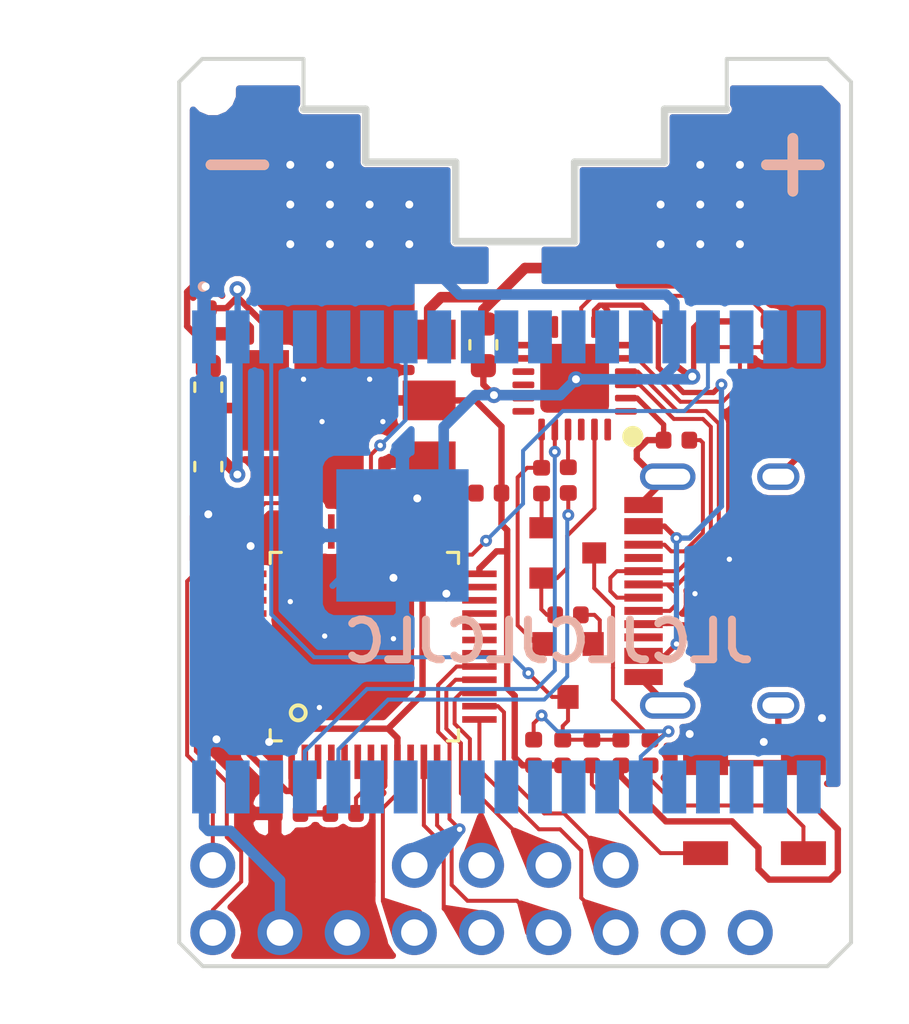
<source format=kicad_pcb>
(kicad_pcb (version 20171130) (host pcbnew 5.0.2+dfsg1-1)
  (layers (0 F.Cu signal) (1 In1.Cu signal hide) (2 In2.Cu signal hide) (31 B.Cu signal) (34 B.Paste user hide) (35 F.Paste user) (36 B.SilkS user) (37 F.SilkS user) (38 B.Mask user) (39 F.Mask user hide) (44 Edge.Cuts user))
  (net 0 "")
  (net 1 "Net-(U1-Pad4)")
  (net 2 "Net-(U1-Pad5)")
  (net 3 "Net-(U1-Pad6)")
  (net 4 "Net-(U1-Pad8)")
  (net 5 "Net-(U1-Pad9)")
  (net 6 "Net-(U1-Pad10)")
  (net 7 "Net-(U1-Pad11)")
  (net 8 "Net-(U1-Pad12)")
  (net 9 "Net-(U1-Pad13)")
  (net 10 "Net-(U1-Pad17)")
  (net 11 "Net-(U1-Pad18)")
  (net 12 "Net-(U1-Pad19)")
  (net 13 "Net-(U1-Pad20)")
  (net 14 "Net-(U1-Pad21)")
  (net 15 "Net-(U1-Pad22)")
  (net 16 "Net-(U1-Pad23)")
  (net 17 "Net-(U1-Pad24)")
  (net 18 "Net-(U1-Pad26)")
  (net 19 "Net-(U1-Pad27)")
  (net 20 "Net-(U1-Pad28)")
  (net 21 "Net-(U1-Pad29)")
  (net 22 "Net-(U1-Pad30)")
  (net 23 "Net-(U1-Pad31)")
  (net 24 "Net-(U1-Pad32)")
  (net 25 "Net-(U1-Pad33)")
  (net 26 "Net-(U1-Pad36)")
  (net 27 "Net-(U1-Pad37)")
  (net 28 "Net-(J1-Pad3)")
  (net 29 "Net-(J1-Pad4)")
  (net 30 "Net-(J1-Pad5)")
  (net 31 "Net-(J1-Pad6)")
  (net 32 "Net-(U2-Pad2)")
  (net 33 "Net-(U2-Pad3)")
  (net 34 "Net-(U4-Pad1)")
  (net 35 "Net-(U4-Pad10)")
  (net 36 "Net-(U4-Pad11)")
  (net 37 "Net-(U4-Pad12)")
  (net 38 "Net-(U4-Pad13)")
  (net 39 "Net-(U4-Pad14)")
  (net 40 "Net-(U4-Pad15)")
  (net 41 "Net-(U4-Pad16)")
  (net 42 "Net-(U4-Pad17)")
  (net 43 "Net-(U4-Pad18)")
  (net 44 "Net-(U4-Pad22)")
  (net 45 "Net-(U4-Pad24)")
  (net 46 GND)
  (net 47 "Net-(C1-Pad1)")
  (net 48 +5V)
  (net 49 3V3)
  (net 50 VIO)
  (net 51 ESPEN)
  (net 52 "Net-(J3-Pad1)")
  (net 53 "Net-(J3-Pad2)")
  (net 54 "Net-(J3-Pad3)")
  (net 55 "Net-(J3-Pad4)")
  (net 56 "Net-(Q1-Pad2)")
  (net 57 "Net-(Q1-Pad1)")
  (net 58 "Net-(Q2-Pad1)")
  (net 59 "Net-(Q2-Pad2)")
  (net 60 ESPRST)
  (net 61 ESPRX)
  (net 62 "Net-(R1-Pad2)")
  (net 63 "Net-(R2-Pad2)")
  (net 64 "Net-(R6-Pad1)")
  (net 65 "Net-(R7-Pad1)")
  (net 66 ESPTX)
  (net 67 STMTX)
  (net 68 STMRX)
  (net 69 SWDIO)
  (net 70 SWDCLK)
  (net 71 "Net-(U1-Pad14)")
  (net 72 "Net-(J2-PadA6)")
  (net 73 "Net-(J2-PadB5)")
  (net 74 "Net-(J2-PadA8)")
  (net 75 "Net-(J2-PadA7)")
  (net 76 "Net-(J2-PadA5)")
  (net 77 "Net-(J2-PadB8)")
  (net 78 "Net-(R10-Pad2)")
  (net 79 "Net-(R12-Pad2)")
  (net 80 "Net-(U2-Pad4)")
  (net 81 "Net-(U2-Pad5)")
  (net 82 "Net-(U2-Pad6)")
  (net 83 "Net-(U2-Pad18)")
  (net 84 "Net-(U2-Pad19)")
  (net 85 "Net-(U2-Pad20)")
  (net 86 "Net-(U2-Pad21)")
  (net 87 "Net-(U2-Pad22)")
  (net 88 "Net-(U2-Pad25)")
  (net 89 "Net-(U2-Pad26)")
  (net 90 "Net-(U2-Pad27)")
  (net 91 "Net-(U2-Pad28)")
  (net 92 "Net-(U2-Pad29)")
  (net 93 "Net-(U2-Pad32)")
  (net 94 "Net-(U2-Pad33)")
  (net 95 "Net-(U2-Pad35)")
  (net 96 "Net-(U2-Pad36)")
  (net 97 "Net-(U2-Pad38)")
  (net 98 "Net-(U2-Pad39)")
  (net 99 "Net-(U2-Pad40)")
  (net 100 "Net-(U2-Pad41)")
  (net 101 "Net-(U2-Pad42)")
  (net 102 "Net-(U2-Pad43)")
  (net 103 "Net-(U2-Pad45)")
  (net 104 "Net-(U2-Pad46)")
  (module Package_QFP:LQFP-48_7x7mm_P0.5mm (layer F.Cu) (at -5.7 -10.8 90)
    (fp_text reference U2 hide)
    (fp_text value STM32F030C8Tx)
    (pad 1 smd rect (at -4.35 -2.75 90) (size 1.3 0.25) (layers F.Cu F.Paste F.Mask) (net 49 3V3))
    (pad 2 smd rect (at -4.35 -2.25 90) (size 1.3 0.25) (layers F.Cu F.Paste F.Mask) (net 32 "Net-(U2-Pad2)"))
    (pad 3 smd rect (at -4.35 -1.75 90) (size 1.3 0.25) (layers F.Cu F.Paste F.Mask) (net 33 "Net-(U2-Pad3)"))
    (pad 4 smd rect (at -4.35 -1.25 90) (size 1.3 0.25) (layers F.Cu F.Paste F.Mask) (net 80 "Net-(U2-Pad4)"))
    (pad 5 smd rect (at -4.35 -0.75 90) (size 1.3 0.25) (layers F.Cu F.Paste F.Mask) (net 81 "Net-(U2-Pad5)"))
    (pad 6 smd rect (at -4.35 -0.25 90) (size 1.3 0.25) (layers F.Cu F.Paste F.Mask) (net 82 "Net-(U2-Pad6)"))
    (pad 7 smd rect (at -4.35 0.25 90) (size 1.3 0.25) (layers F.Cu F.Paste F.Mask) (net 64 "Net-(R6-Pad1)"))
    (pad 8 smd rect (at -4.35 0.75 90) (size 1.3 0.25) (layers F.Cu F.Paste F.Mask) (net 46 GND))
    (pad 9 smd rect (at -4.35 1.25 90) (size 1.3 0.25) (layers F.Cu F.Paste F.Mask) (net 49 3V3))
    (pad 10 smd rect (at -4.35 1.75 90) (size 1.3 0.25) (layers F.Cu F.Paste F.Mask) (net 28 "Net-(J1-Pad3)"))
    (pad 11 smd rect (at -4.35 2.25 90) (size 1.3 0.25) (layers F.Cu F.Paste F.Mask) (net 29 "Net-(J1-Pad4)"))
    (pad 12 smd rect (at -4.35 2.75 90) (size 1.3 0.25) (layers F.Cu F.Paste F.Mask) (net 30 "Net-(J1-Pad5)"))
    (pad 13 smd rect (at -2.75 4.35 180) (size 1.3 0.25) (layers F.Cu F.Paste F.Mask) (net 31 "Net-(J1-Pad6)"))
    (pad 14 smd rect (at -2.25 4.35 180) (size 1.3 0.25) (layers F.Cu F.Paste F.Mask) (net 55 "Net-(J3-Pad4)"))
    (pad 15 smd rect (at -1.75 4.35 180) (size 1.3 0.25) (layers F.Cu F.Paste F.Mask) (net 54 "Net-(J3-Pad3)"))
    (pad 16 smd rect (at -1.25 4.35 180) (size 1.3 0.25) (layers F.Cu F.Paste F.Mask) (net 53 "Net-(J3-Pad2)"))
    (pad 17 smd rect (at -0.75 4.35 180) (size 1.3 0.25) (layers F.Cu F.Paste F.Mask) (net 52 "Net-(J3-Pad1)"))
    (pad 18 smd rect (at -0.25 4.35 180) (size 1.3 0.25) (layers F.Cu F.Paste F.Mask) (net 83 "Net-(U2-Pad18)"))
    (pad 19 smd rect (at 0.25 4.35 180) (size 1.3 0.25) (layers F.Cu F.Paste F.Mask) (net 84 "Net-(U2-Pad19)"))
    (pad 20 smd rect (at 0.75 4.35 180) (size 1.3 0.25) (layers F.Cu F.Paste F.Mask) (net 85 "Net-(U2-Pad20)"))
    (pad 21 smd rect (at 1.25 4.35 180) (size 1.3 0.25) (layers F.Cu F.Paste F.Mask) (net 86 "Net-(U2-Pad21)"))
    (pad 22 smd rect (at 1.75 4.35 180) (size 1.3 0.25) (layers F.Cu F.Paste F.Mask) (net 87 "Net-(U2-Pad22)"))
    (pad 23 smd rect (at 2.25 4.35 180) (size 1.3 0.25) (layers F.Cu F.Paste F.Mask) (net 46 GND))
    (pad 24 smd rect (at 2.75 4.35 180) (size 1.3 0.25) (layers F.Cu F.Paste F.Mask) (net 49 3V3))
    (pad 25 smd rect (at 4.35 2.75 90) (size 1.3 0.25) (layers F.Cu F.Paste F.Mask) (net 88 "Net-(U2-Pad25)"))
    (pad 26 smd rect (at 4.35 2.25 90) (size 1.3 0.25) (layers F.Cu F.Paste F.Mask) (net 89 "Net-(U2-Pad26)"))
    (pad 27 smd rect (at 4.35 1.75 90) (size 1.3 0.25) (layers F.Cu F.Paste F.Mask) (net 90 "Net-(U2-Pad27)"))
    (pad 28 smd rect (at 4.35 1.25 90) (size 1.3 0.25) (layers F.Cu F.Paste F.Mask) (net 91 "Net-(U2-Pad28)"))
    (pad 29 smd rect (at 4.35 0.75 90) (size 1.3 0.25) (layers F.Cu F.Paste F.Mask) (net 92 "Net-(U2-Pad29)"))
    (pad 30 smd rect (at 4.35 0.25 90) (size 1.3 0.25) (layers F.Cu F.Paste F.Mask) (net 67 STMTX))
    (pad 31 smd rect (at 4.35 -0.25 90) (size 1.3 0.25) (layers F.Cu F.Paste F.Mask) (net 68 STMRX))
    (pad 32 smd rect (at 4.35 -0.75 90) (size 1.3 0.25) (layers F.Cu F.Paste F.Mask) (net 93 "Net-(U2-Pad32)"))
    (pad 33 smd rect (at 4.35 -1.25 90) (size 1.3 0.25) (layers F.Cu F.Paste F.Mask) (net 94 "Net-(U2-Pad33)"))
    (pad 34 smd rect (at 4.35 -1.75 90) (size 1.3 0.25) (layers F.Cu F.Paste F.Mask) (net 69 SWDIO))
    (pad 35 smd rect (at 4.35 -2.25 90) (size 1.3 0.25) (layers F.Cu F.Paste F.Mask) (net 95 "Net-(U2-Pad35)"))
    (pad 36 smd rect (at 4.35 -2.75 90) (size 1.3 0.25) (layers F.Cu F.Paste F.Mask) (net 96 "Net-(U2-Pad36)"))
    (pad 37 smd rect (at 2.75 -4.35 180) (size 1.3 0.25) (layers F.Cu F.Paste F.Mask) (net 70 SWDCLK))
    (pad 38 smd rect (at 2.25 -4.35 180) (size 1.3 0.25) (layers F.Cu F.Paste F.Mask) (net 97 "Net-(U2-Pad38)"))
    (pad 39 smd rect (at 1.75 -4.35 180) (size 1.3 0.25) (layers F.Cu F.Paste F.Mask) (net 98 "Net-(U2-Pad39)"))
    (pad 40 smd rect (at 1.25 -4.35 180) (size 1.3 0.25) (layers F.Cu F.Paste F.Mask) (net 99 "Net-(U2-Pad40)"))
    (pad 41 smd rect (at 0.75 -4.35 180) (size 1.3 0.25) (layers F.Cu F.Paste F.Mask) (net 100 "Net-(U2-Pad41)"))
    (pad 42 smd rect (at 0.25 -4.35 180) (size 1.3 0.25) (layers F.Cu F.Paste F.Mask) (net 101 "Net-(U2-Pad42)"))
    (pad 43 smd rect (at -0.25 -4.35 180) (size 1.3 0.25) (layers F.Cu F.Paste F.Mask) (net 102 "Net-(U2-Pad43)"))
    (pad 44 smd rect (at -0.75 -4.35 180) (size 1.3 0.25) (layers F.Cu F.Paste F.Mask) (net 65 "Net-(R7-Pad1)"))
    (pad 45 smd rect (at -1.25 -4.35 180) (size 1.3 0.25) (layers F.Cu F.Paste F.Mask) (net 103 "Net-(U2-Pad45)"))
    (pad 46 smd rect (at -1.75 -4.35 180) (size 1.3 0.25) (layers F.Cu F.Paste F.Mask) (net 104 "Net-(U2-Pad46)"))
    (pad 47 smd rect (at -2.25 -4.35 180) (size 1.3 0.25) (layers F.Cu F.Paste F.Mask) (net 46 GND))
    (pad 48 smd rect (at -2.75 -4.35 180) (size 1.3 0.25) (layers F.Cu F.Paste F.Mask) (net 49 3V3))
  )
  (module Resistor_SMD:R_0402_1005Metric (layer F.Cu) (at -6.5 -4.5 180)
    (fp_text reference R6 hide)
    (fp_text value 10k)
    (pad 1 smd roundrect (at -0.485 0 180) (size 0.59 0.64) (layers F.Cu F.Paste F.Mask) (net 64 "Net-(R6-Pad1)"))
    (pad 2 smd roundrect (at 0.485 0 180) (size 0.59 0.64) (layers F.Cu F.Paste F.Mask) (net 49 3V3))
  )
  (module Capacitor_SMD:C_0402_1005Metric (layer F.Cu) (at -8.6 -4.5 180)
    (fp_text reference C8 hide)
    (fp_text value 100nF)
    (pad 1 smd roundrect (at -0.485 0 180) (size 0.59 0.64) (layers F.Cu F.Paste F.Mask) (net 49 3V3))
    (pad 2 smd roundrect (at 0.485 0 180) (size 0.59 0.64) (layers F.Cu F.Paste F.Mask) (net 46 GND))
  )
  (module Resistor_SMD:R_0402_1005Metric (layer F.Cu) (at -11.41 -9.57 270)
    (fp_text reference R7 hide)
    (fp_text value 10k)
    (pad 2 smd roundrect (at 0.485 0 270) (size 0.59 0.64) (layers F.Cu F.Paste F.Mask) (net 46 GND))
    (pad 1 smd roundrect (at -0.485 0 270) (size 0.59 0.64) (layers F.Cu F.Paste F.Mask) (net 65 "Net-(R7-Pad1)"))
  )
  (module esp32-wrover:XCVR_ESP32-WROVER (layer B.Cu) (at -3.5 -14 270)
    (fp_text reference U1 hide)
    (fp_text value ESP32-WROVER)
    (pad 1 smd rect (at -8.5 8.26 270) (size 2 0.9) (layers B.Cu B.Paste B.Mask) (net 46 GND))
    (pad 2 smd rect (at -8.5 6.99 270) (size 2 0.9) (layers B.Cu B.Paste B.Mask) (net 49 3V3))
    (pad 3 smd rect (at -8.5 5.72 270) (size 2 0.9) (layers B.Cu B.Paste B.Mask) (net 51 ESPEN))
    (pad 4 smd rect (at -8.5 4.45 270) (size 2 0.9) (layers B.Cu B.Paste B.Mask) (net 1 "Net-(U1-Pad4)"))
    (pad 5 smd rect (at -8.5 3.18 270) (size 2 0.9) (layers B.Cu B.Paste B.Mask) (net 2 "Net-(U1-Pad5)"))
    (pad 6 smd rect (at -8.5 1.91 270) (size 2 0.9) (layers B.Cu B.Paste B.Mask) (net 3 "Net-(U1-Pad6)"))
    (pad 7 smd rect (at -8.5 0.64 270) (size 2 0.9) (layers B.Cu B.Paste B.Mask) (net 67 STMTX))
    (pad 8 smd rect (at -8.5 -0.63 270) (size 2 0.9) (layers B.Cu B.Paste B.Mask) (net 4 "Net-(U1-Pad8)"))
    (pad 9 smd rect (at -8.5 -1.9 270) (size 2 0.9) (layers B.Cu B.Paste B.Mask) (net 5 "Net-(U1-Pad9)"))
    (pad 10 smd rect (at -8.5 -3.17 270) (size 2 0.9) (layers B.Cu B.Paste B.Mask) (net 6 "Net-(U1-Pad10)"))
    (pad 11 smd rect (at -8.5 -4.44 270) (size 2 0.9) (layers B.Cu B.Paste B.Mask) (net 7 "Net-(U1-Pad11)"))
    (pad 12 smd rect (at -8.5 -5.71 270) (size 2 0.9) (layers B.Cu B.Paste B.Mask) (net 8 "Net-(U1-Pad12)"))
    (pad 13 smd rect (at -8.5 -6.98 270) (size 2 0.9) (layers B.Cu B.Paste B.Mask) (net 9 "Net-(U1-Pad13)"))
    (pad 14 smd rect (at -8.5 -8.25 270) (size 2 0.9) (layers B.Cu B.Paste B.Mask) (net 71 "Net-(U1-Pad14)"))
    (pad 15 smd rect (at -8.5 -9.52 270) (size 2 0.9) (layers B.Cu B.Paste B.Mask) (net 46 GND))
    (pad 16 smd rect (at -8.5 -10.79 270) (size 2 0.9) (layers B.Cu B.Paste B.Mask) (net 68 STMRX))
    (pad 17 smd rect (at -8.5 -12.06 270) (size 2 0.9) (layers B.Cu B.Paste B.Mask) (net 10 "Net-(U1-Pad17)"))
    (pad 18 smd rect (at -8.5 -13.33 270) (size 2 0.9) (layers B.Cu B.Paste B.Mask) (net 11 "Net-(U1-Pad18)"))
    (pad 19 smd rect (at -8.5 -14.6 270) (size 2 0.9) (layers B.Cu B.Paste B.Mask) (net 12 "Net-(U1-Pad19)"))
    (pad 20 smd rect (at 8.5 -14.6 270) (size 2 0.9) (layers B.Cu B.Paste B.Mask) (net 13 "Net-(U1-Pad20)"))
    (pad 21 smd rect (at 8.5 -13.33 270) (size 2 0.9) (layers B.Cu B.Paste B.Mask) (net 14 "Net-(U1-Pad21)"))
    (pad 22 smd rect (at 8.5 -12.06 270) (size 2 0.9) (layers B.Cu B.Paste B.Mask) (net 15 "Net-(U1-Pad22)"))
    (pad 23 smd rect (at 8.5 -10.79 270) (size 2 0.9) (layers B.Cu B.Paste B.Mask) (net 16 "Net-(U1-Pad23)"))
    (pad 24 smd rect (at 8.5 -9.52 270) (size 2 0.9) (layers B.Cu B.Paste B.Mask) (net 17 "Net-(U1-Pad24)"))
    (pad 25 smd rect (at 8.5 -8.25 270) (size 2 0.9) (layers B.Cu B.Paste B.Mask) (net 60 ESPRST))
    (pad 26 smd rect (at 8.5 -6.98 270) (size 2 0.9) (layers B.Cu B.Paste B.Mask) (net 18 "Net-(U1-Pad26)"))
    (pad 27 smd rect (at 8.5 -5.71 270) (size 2 0.9) (layers B.Cu B.Paste B.Mask) (net 19 "Net-(U1-Pad27)"))
    (pad 28 smd rect (at 8.5 -4.44 270) (size 2 0.9) (layers B.Cu B.Paste B.Mask) (net 20 "Net-(U1-Pad28)"))
    (pad 29 smd rect (at 8.5 -3.17 270) (size 2 0.9) (layers B.Cu B.Paste B.Mask) (net 21 "Net-(U1-Pad29)"))
    (pad 30 smd rect (at 8.5 -1.9 270) (size 2 0.9) (layers B.Cu B.Paste B.Mask) (net 22 "Net-(U1-Pad30)"))
    (pad 31 smd rect (at 8.5 -0.63 270) (size 2 0.9) (layers B.Cu B.Paste B.Mask) (net 23 "Net-(U1-Pad31)"))
    (pad 32 smd rect (at 8.5 0.64 270) (size 2 0.9) (layers B.Cu B.Paste B.Mask) (net 24 "Net-(U1-Pad32)"))
    (pad 33 smd rect (at 8.5 1.91 270) (size 2 0.9) (layers B.Cu B.Paste B.Mask) (net 25 "Net-(U1-Pad33)"))
    (pad 34 smd rect (at 8.5 3.18 270) (size 2 0.9) (layers B.Cu B.Paste B.Mask) (net 61 ESPRX))
    (pad 35 smd rect (at 8.5 4.45 270) (size 2 0.9) (layers B.Cu B.Paste B.Mask) (net 66 ESPTX))
    (pad 36 smd rect (at 8.5 5.72 270) (size 2 0.9) (layers B.Cu B.Paste B.Mask) (net 26 "Net-(U1-Pad36)"))
    (pad 37 smd rect (at 8.5 6.99 270) (size 2 0.9) (layers B.Cu B.Paste B.Mask) (net 27 "Net-(U1-Pad37)"))
    (pad 38 smd rect (at 8.5 8.26 270) (size 2 0.9) (layers B.Cu B.Paste B.Mask) (net 46 GND))
    (pad 39 smd rect (at -1 0.76 270) (size 5 5) (layers B.Cu B.Mask) (net 46 GND))
  )
  (module Button_Switch_SMD:SW_SPST_B3U-1000P (layer F.Cu) (at 7.2 -4.7 90)
    (fp_text reference SW1 hide)
    (fp_text value SW_SPST)
    (pad 1 smd rect (at -1.7 0 90) (size 0.9 1.7) (layers F.Cu F.Paste F.Mask) (net 78 "Net-(R10-Pad2)"))
    (pad 2 smd rect (at 1.7 0 90) (size 0.9 1.7) (layers F.Cu F.Paste F.Mask) (net 46 GND))
  )
  (module Button_Switch_SMD:SW_SPST_B3U-1000P (layer F.Cu) (at 10.9 -4.7 90)
    (fp_text reference SW2 hide)
    (fp_text value SW_SPST)
    (pad 2 smd rect (at 1.7 0 90) (size 0.9 1.7) (layers F.Cu F.Paste F.Mask) (net 46 GND))
    (pad 1 smd rect (at -1.7 0 90) (size 0.9 1.7) (layers F.Cu F.Paste F.Mask) (net 79 "Net-(R12-Pad2)"))
  )
  (module footprints:USB_C_Receptacle_HRO_TYPE-C-31-M-12 (layer F.Cu) (at 8.9 -12.9 90)
    (fp_text reference J2 hide)
    (fp_text value USB_C_Receptacle_USB2.0)
    (pad S1 thru_hole oval (at 4.32 1.05 90) (size 1 1.6) (drill oval 0.6 1.2) (layers *.Cu *.Mask) (net 46 GND))
    (pad "" np_thru_hole circle (at 2.89 -2.6 90) (size 0.65 0.65) (drill 0.65) (layers *.Cu *.Mask))
    (pad S1 thru_hole oval (at -4.32 1.05 90) (size 1 1.6) (drill oval 0.6 1.2) (layers *.Cu *.Mask) (net 46 GND))
    (pad "" np_thru_hole circle (at -2.89 -2.6 90) (size 0.65 0.65) (drill 0.65) (layers *.Cu *.Mask))
    (pad S1 thru_hole oval (at -4.32 -3.13 90) (size 1 2.1) (drill oval 0.6 1.7) (layers *.Cu *.Mask) (net 46 GND))
    (pad S1 thru_hole oval (at 4.32 -3.13 90) (size 1 2.1) (drill oval 0.6 1.7) (layers *.Cu *.Mask) (net 46 GND))
    (pad A6 smd rect (at -0.25 -4.045 90) (size 0.3 1.45) (layers F.Cu F.Mask) (net 72 "Net-(J2-PadA6)"))
    (pad B5 smd rect (at 1.75 -4.045 90) (size 0.3 1.45) (layers F.Cu F.Mask) (net 73 "Net-(J2-PadB5)"))
    (pad A8 smd rect (at 1.25 -4.045 90) (size 0.3 1.45) (layers F.Cu F.Mask) (net 74 "Net-(J2-PadA8)"))
    (pad B6 smd rect (at 0.75 -4.045 90) (size 0.3 1.45) (layers F.Cu F.Mask) (net 72 "Net-(J2-PadA6)"))
    (pad A7 smd rect (at 0.25 -4.045 90) (size 0.3 1.45) (layers F.Cu F.Mask) (net 75 "Net-(J2-PadA7)"))
    (pad B7 smd rect (at -0.75 -4.045 90) (size 0.3 1.45) (layers F.Cu F.Mask) (net 75 "Net-(J2-PadA7)"))
    (pad A5 smd rect (at -1.25 -4.045 90) (size 0.3 1.45) (layers F.Cu F.Mask) (net 76 "Net-(J2-PadA5)"))
    (pad B8 smd rect (at -1.75 -4.045 90) (size 0.3 1.45) (layers F.Cu F.Mask) (net 77 "Net-(J2-PadB8)"))
    (pad A12 smd rect (at 3.25 -4.045 90) (size 0.6 1.45) (layers F.Cu F.Mask) (net 46 GND))
    (pad B4 smd rect (at 2.45 -4.045 90) (size 0.6 1.45) (layers F.Cu F.Mask) (net 47 "Net-(C1-Pad1)"))
    (pad A4 smd rect (at -2.45 -4.045 90) (size 0.6 1.45) (layers F.Cu F.Mask) (net 47 "Net-(C1-Pad1)"))
    (pad A1 smd rect (at -3.25 -4.045 90) (size 0.6 1.45) (layers F.Cu F.Mask) (net 46 GND))
    (pad B12 smd rect (at -3.25 -4.045 90) (size 0.6 1.45) (layers F.Cu F.Mask) (net 46 GND))
    (pad B9 smd rect (at -2.45 -4.045 90) (size 0.6 1.45) (layers F.Cu F.Mask) (net 47 "Net-(C1-Pad1)"))
    (pad A9 smd rect (at 2.45 -4.045 90) (size 0.6 1.45) (layers F.Cu F.Mask) (net 47 "Net-(C1-Pad1)"))
    (pad B1 smd rect (at 3.25 -4.045 90) (size 0.6 1.45) (layers F.Cu F.Mask) (net 46 GND))
  )
  (module Package_TO_SOT_SMD:SOT-23 (layer F.Cu) (at 1.99 -14.34)
    (fp_text reference Q2 hide)
    (fp_text value AO3400)
    (pad 1 smd rect (at -1 -0.95) (size 0.9 0.8) (layers F.Cu F.Paste F.Mask) (net 58 "Net-(Q2-Pad1)"))
    (pad 2 smd rect (at -1 0.95) (size 0.9 0.8) (layers F.Cu F.Paste F.Mask) (net 59 "Net-(Q2-Pad2)"))
    (pad 3 smd rect (at 1 0) (size 0.9 0.8) (layers F.Cu F.Paste F.Mask) (net 60 ESPRST))
  )
  (module MountingHole:MountingHole_3.2mm_M3 (layer F.Cu) (at 11.43 0)
    (fp_text reference REF** hide)
    (fp_text value MountingHole_3.2mm_M3)
    (pad "" np_thru_hole circle (at 0 0) (size 1.152 1.152) (drill 1.152) (layers *.Cu *.Mask F.Paste) (clearance 0.3))
  )
  (module Package_TO_SOT_SMD:SOT-23 (layer F.Cu) (at 2 -9.9 270)
    (fp_text reference Q1 hide)
    (fp_text value AO3400)
    (pad 3 smd rect (at 1 0 270) (size 0.9 0.8) (layers F.Cu F.Paste F.Mask) (net 51 ESPEN))
    (pad 2 smd rect (at -1 0.95 270) (size 0.9 0.8) (layers F.Cu F.Paste F.Mask) (net 56 "Net-(Q1-Pad2)"))
    (pad 1 smd rect (at -1 -0.95 270) (size 0.9 0.8) (layers F.Cu F.Paste F.Mask) (net 57 "Net-(Q1-Pad1)"))
  )
  (module esp32-wrover:C_0603_1608Metric (layer F.Cu) (at -11.6 -17.6 270)
    (fp_text reference C9 hide)
    (fp_text value 10uF)
    (pad 2 smd roundrect (at 0.7875 0 270) (size 0.875 0.95) (layers F.Cu F.Paste F.Mask) (net 46 GND))
    (pad 1 smd roundrect (at -0.7875 0 270) (size 0.875 0.95) (layers F.Cu F.Paste F.Mask) (net 49 3V3))
  )
  (module Connector_PinHeader_2.54mm:PinHeader_1x02_P2.54mm_Vertical (layer F.Cu) (at -11.43 -2.54)
    (fp_text reference J4 hide)
    (fp_text value Conn_01x02_Male)
    (pad 1 thru_hole circle (at 0 0) (size 1.7 1.7) (drill 1) (layers *.Cu *.Mask) (net 69 SWDIO))
    (pad 2 thru_hole oval (at 0 2.54) (size 1.7 1.7) (drill 1) (layers *.Cu *.Mask) (net 70 SWDCLK))
  )
  (module esp32-wrover:C_0603_1608Metric (layer F.Cu) (at -1.2 -22.2 270)
    (fp_text reference C2 hide)
    (fp_text value 10uF)
    (pad 1 smd roundrect (at -0.7875 0 270) (size 0.875 0.95) (layers F.Cu F.Paste F.Mask) (net 48 +5V))
    (pad 2 smd roundrect (at 0.7875 0 270) (size 0.875 0.95) (layers F.Cu F.Paste F.Mask) (net 46 GND))
  )
  (module esp32-wrover:C_0603_1608Metric (layer F.Cu) (at -11.6 -20.6 90)
    (fp_text reference C4 hide)
    (fp_text value 10uF)
    (pad 2 smd roundrect (at 0.7875 0 90) (size 0.875 0.95) (layers F.Cu F.Paste F.Mask) (net 46 GND))
    (pad 1 smd roundrect (at -0.7875 0 90) (size 0.875 0.95) (layers F.Cu F.Paste F.Mask) (net 49 3V3))
  )
  (module Connector_PinHeader_2.54mm:PinHeader_1x04_P2.54mm_Vertical (layer F.Cu) (at -3.81 -2.54 90)
    (fp_text reference J3 hide)
    (fp_text value Conn_01x04_Male)
    (pad 1 thru_hole circle (at 0 0 90) (size 1.7 1.7) (drill 1) (layers *.Cu *.Mask) (net 52 "Net-(J3-Pad1)"))
    (pad 2 thru_hole oval (at 0 2.54 90) (size 1.7 1.7) (drill 1) (layers *.Cu *.Mask) (net 53 "Net-(J3-Pad2)"))
    (pad 3 thru_hole oval (at 0 5.08 90) (size 1.7 1.7) (drill 1) (layers *.Cu *.Mask) (net 54 "Net-(J3-Pad3)"))
    (pad 4 thru_hole oval (at 0 7.62 90) (size 1.7 1.7) (drill 1) (layers *.Cu *.Mask) (net 55 "Net-(J3-Pad4)"))
  )
  (module Package_TO_SOT_SMD:SOT-223-3_TabPin2 (layer F.Cu) (at -6.4 -20.1)
    (fp_text reference U3 hide)
    (fp_text value AMS1117-3.3)
    (pad 2 smd rect (at -3.15 0 180) (size 2 3.8) (layers F.Cu F.Paste F.Mask) (net 49 3V3))
    (pad 2 smd rect (at 3.15 0 180) (size 2 1.5) (layers F.Cu F.Paste F.Mask) (net 49 3V3))
    (pad 3 smd rect (at 3.15 -2.3 180) (size 2 1.5) (layers F.Cu F.Paste F.Mask) (net 48 +5V))
    (pad 1 smd rect (at 3.15 2.3 180) (size 2 1.5) (layers F.Cu F.Paste F.Mask) (net 46 GND))
  )
  (module Package_DFN_QFN:QFN-24-1EP_4x4mm_P0.5mm_EP2.6x2.6mm (layer F.Cu) (at 2.25 -20.9375 90)
    (fp_text reference U4 hide)
    (fp_text value CP2104)
    (pad 25 smd roundrect (at 0 0 180) (size 2.6 2.6) (layers F.Cu F.Mask) (roundrect_rratio 0.096154) (net 46 GND))
    (pad 1 smd roundrect (at -1.25 1.9375 180) (size 0.825 0.25) (layers F.Cu F.Paste F.Mask) (net 34 "Net-(U4-Pad1)"))
    (pad 2 smd roundrect (at -0.75 1.9375 180) (size 0.825 0.25) (layers F.Cu F.Paste F.Mask) (net 46 GND))
    (pad 3 smd roundrect (at -0.25 1.9375 180) (size 0.825 0.25) (layers F.Cu F.Paste F.Mask) (net 72 "Net-(J2-PadA6)"))
    (pad 4 smd roundrect (at 0.25 1.9375 180) (size 0.825 0.25) (layers F.Cu F.Paste F.Mask) (net 75 "Net-(J2-PadA7)"))
    (pad 5 smd roundrect (at 0.75 1.9375 180) (size 0.825 0.25) (layers F.Cu F.Paste F.Mask) (net 50 VIO))
    (pad 6 smd roundrect (at 1.25 1.9375 180) (size 0.825 0.25) (layers F.Cu F.Paste F.Mask) (net 50 VIO))
    (pad 7 smd roundrect (at 1.9375 1.25 180) (size 0.25 0.825) (layers F.Cu F.Paste F.Mask) (net 47 "Net-(C1-Pad1)"))
    (pad 8 smd roundrect (at 1.9375 0.75 180) (size 0.25 0.825) (layers F.Cu F.Paste F.Mask) (net 47 "Net-(C1-Pad1)"))
    (pad 9 smd roundrect (at 1.9375 0.25 180) (size 0.25 0.825) (layers F.Cu F.Paste F.Mask) (net 63 "Net-(R2-Pad2)"))
    (pad 10 smd roundrect (at 1.9375 -0.25 180) (size 0.25 0.825) (layers F.Cu F.Paste F.Mask) (net 35 "Net-(U4-Pad10)"))
    (pad 11 smd roundrect (at 1.9375 -0.75 180) (size 0.25 0.825) (layers F.Cu F.Paste F.Mask) (net 36 "Net-(U4-Pad11)"))
    (pad 12 smd roundrect (at 1.9375 -1.25 180) (size 0.25 0.825) (layers F.Cu F.Paste F.Mask) (net 37 "Net-(U4-Pad12)"))
    (pad 13 smd roundrect (at 1.25 -1.9375 180) (size 0.825 0.25) (layers F.Cu F.Paste F.Mask) (net 38 "Net-(U4-Pad13)"))
    (pad 14 smd roundrect (at 0.75 -1.9375 180) (size 0.825 0.25) (layers F.Cu F.Paste F.Mask) (net 39 "Net-(U4-Pad14)"))
    (pad 15 smd roundrect (at 0.25 -1.9375 180) (size 0.825 0.25) (layers F.Cu F.Paste F.Mask) (net 40 "Net-(U4-Pad15)"))
    (pad 16 smd roundrect (at -0.25 -1.9375 180) (size 0.825 0.25) (layers F.Cu F.Paste F.Mask) (net 41 "Net-(U4-Pad16)"))
    (pad 17 smd roundrect (at -0.75 -1.9375 180) (size 0.825 0.25) (layers F.Cu F.Paste F.Mask) (net 42 "Net-(U4-Pad17)"))
    (pad 18 smd roundrect (at -1.25 -1.9375 180) (size 0.825 0.25) (layers F.Cu F.Paste F.Mask) (net 43 "Net-(U4-Pad18)"))
    (pad 19 smd roundrect (at -1.9375 -1.25 180) (size 0.25 0.825) (layers F.Cu F.Paste F.Mask) (net 56 "Net-(Q1-Pad2)"))
    (pad 20 smd roundrect (at -1.9375 -0.75 180) (size 0.25 0.825) (layers F.Cu F.Paste F.Mask) (net 66 ESPTX))
    (pad 21 smd roundrect (at -1.9375 -0.25 180) (size 0.25 0.825) (layers F.Cu F.Paste F.Mask) (net 62 "Net-(R1-Pad2)"))
    (pad 22 smd roundrect (at -1.9375 0.25 180) (size 0.25 0.825) (layers F.Cu F.Paste F.Mask) (net 44 "Net-(U4-Pad22)"))
    (pad 23 smd roundrect (at -1.9375 0.75 180) (size 0.25 0.825) (layers F.Cu F.Paste F.Mask) (net 59 "Net-(Q2-Pad2)"))
    (pad 24 smd roundrect (at -1.9375 1.25 180) (size 0.25 0.825) (layers F.Cu F.Paste F.Mask) (net 45 "Net-(U4-Pad24)"))
  )
  (module Connector_PinHeader_2.54mm:PinHeader_1x08_P2.54mm_Vertical (layer F.Cu) (at 0 0 90)
    (fp_text reference J1 hide)
    (fp_text value Conn_01x08_Male)
    (pad 1 thru_hole circle (at 0 -8.89 90) (size 1.7 1.7) (drill 1) (layers *.Cu *.Mask) (net 46 GND))
    (pad 2 thru_hole oval (at 0 -6.35 90) (size 1.7 1.7) (drill 1) (layers *.Cu *.Mask) (net 46 GND))
    (pad 3 thru_hole oval (at 0 -3.81 90) (size 1.7 1.7) (drill 1) (layers *.Cu *.Mask) (net 28 "Net-(J1-Pad3)"))
    (pad 4 thru_hole oval (at 0 -1.27 90) (size 1.7 1.7) (drill 1) (layers *.Cu *.Mask) (net 29 "Net-(J1-Pad4)"))
    (pad 5 thru_hole oval (at 0 1.27 90) (size 1.7 1.7) (drill 1) (layers *.Cu *.Mask) (net 30 "Net-(J1-Pad5)"))
    (pad 6 thru_hole oval (at 0 3.81 90) (size 1.7 1.7) (drill 1) (layers *.Cu *.Mask) (net 31 "Net-(J1-Pad6)"))
    (pad 7 thru_hole oval (at 0 6.35 90) (size 1.7 1.7) (drill 1) (layers *.Cu *.Mask) (net 48 +5V))
    (pad 8 thru_hole oval (at 0 8.89 90) (size 1.7 1.7) (drill 1) (layers *.Cu *.Mask) (net 48 +5V))
  )
  (module MountingHole:MountingHole_3.2mm_M3 (layer F.Cu) (at -11.43 -31.75)
    (fp_text reference REF** hide)
    (fp_text value MountingHole_3.2mm_M3)
    (pad "" np_thru_hole circle (at 0 0) (size 1.152 1.152) (drill 1.152) (layers *.Cu *.Mask F.Paste) (clearance 0.3))
  )
  (module Resistor_SMD:R_0402_1005Metric (layer F.Cu) (at 2.01 -17.09 90)
    (fp_text reference R1 hide)
    (fp_text value 1k)
    (pad 1 smd roundrect (at -0.485 0 90) (size 0.59 0.64) (layers F.Cu F.Paste F.Mask) (net 61 ESPRX))
    (pad 2 smd roundrect (at 0.485 0 90) (size 0.59 0.64) (layers F.Cu F.Paste F.Mask) (net 62 "Net-(R1-Pad2)"))
  )
  (module Capacitor_SMD:C_0402_1005Metric (layer F.Cu) (at 6.1 -22.6 270)
    (fp_text reference C1 hide)
    (fp_text value 1uF)
    (pad 2 smd roundrect (at 0.485 0 270) (size 0.59 0.64) (layers F.Cu F.Paste F.Mask) (net 46 GND))
    (pad 1 smd roundrect (at -0.485 0 270) (size 0.59 0.64) (layers F.Cu F.Paste F.Mask) (net 47 "Net-(C1-Pad1)"))
  )
  (module Capacitor_SMD:C_0402_1005Metric (layer F.Cu) (at 8.5 -22.6 90)
    (fp_text reference C3 hide)
    (fp_text value 100nF)
    (pad 2 smd roundrect (at 0.485 0 90) (size 0.59 0.64) (layers F.Cu F.Paste F.Mask) (net 46 GND))
    (pad 1 smd roundrect (at -0.485 0 90) (size 0.59 0.64) (layers F.Cu F.Paste F.Mask) (net 50 VIO))
  )
  (module Capacitor_SMD:C_0402_1005Metric (layer F.Cu) (at -11.6 -23.1 270)
    (fp_text reference C5 hide)
    (fp_text value 100nF)
    (pad 1 smd roundrect (at -0.485 0 270) (size 0.59 0.64) (layers F.Cu F.Paste F.Mask) (net 49 3V3))
    (pad 2 smd roundrect (at 0.485 0 270) (size 0.59 0.64) (layers F.Cu F.Paste F.Mask) (net 46 GND))
  )
  (module Capacitor_SMD:C_0402_1005Metric (layer F.Cu) (at 7.4 -22.6 90)
    (fp_text reference C6 hide)
    (fp_text value 1uF)
    (pad 1 smd roundrect (at -0.485 0 90) (size 0.59 0.64) (layers F.Cu F.Paste F.Mask) (net 50 VIO))
    (pad 2 smd roundrect (at 0.485 0 90) (size 0.59 0.64) (layers F.Cu F.Paste F.Mask) (net 46 GND))
  )
  (module Capacitor_SMD:C_0402_1005Metric (layer F.Cu) (at 4 -6.8 270)
    (fp_text reference C7 hide)
    (fp_text value 1uF)
    (pad 2 smd roundrect (at 0.485 0 270) (size 0.59 0.64) (layers F.Cu F.Paste F.Mask) (net 46 GND))
    (pad 1 smd roundrect (at -0.485 0 270) (size 0.59 0.64) (layers F.Cu F.Paste F.Mask) (net 51 ESPEN))
  )
  (module Resistor_SMD:R_0402_1005Metric (layer F.Cu) (at 9.6 -22.6 90)
    (fp_text reference R2 hide)
    (fp_text value 10k)
    (pad 1 smd roundrect (at -0.485 0 90) (size 0.59 0.64) (layers F.Cu F.Paste F.Mask) (net 50 VIO))
    (pad 2 smd roundrect (at 0.485 0 90) (size 0.59 0.64) (layers F.Cu F.Paste F.Mask) (net 63 "Net-(R2-Pad2)"))
  )
  (module Resistor_SMD:R_0402_1005Metric (layer F.Cu) (at 2 -12 180)
    (fp_text reference R3 hide)
    (fp_text value 10k)
    (pad 2 smd roundrect (at 0.485 0 180) (size 0.59 0.64) (layers F.Cu F.Paste F.Mask) (net 59 "Net-(Q2-Pad2)"))
    (pad 1 smd roundrect (at -0.485 0 180) (size 0.59 0.64) (layers F.Cu F.Paste F.Mask) (net 57 "Net-(Q1-Pad1)"))
  )
  (module Resistor_SMD:R_0402_1005Metric (layer F.Cu) (at 1 -17.07 90)
    (fp_text reference R4 hide)
    (fp_text value 10k)
    (pad 1 smd roundrect (at -0.485 0 90) (size 0.59 0.64) (layers F.Cu F.Paste F.Mask) (net 58 "Net-(Q2-Pad1)"))
    (pad 2 smd roundrect (at 0.485 0 90) (size 0.59 0.64) (layers F.Cu F.Paste F.Mask) (net 56 "Net-(Q1-Pad2)"))
  )
  (module Resistor_SMD:R_0402_1005Metric (layer F.Cu) (at 1.8 -6.8 90)
    (fp_text reference R5 hide)
    (fp_text value 10k)
    (pad 2 smd roundrect (at 0.485 0 90) (size 0.59 0.64) (layers F.Cu F.Paste F.Mask) (net 51 ESPEN))
    (pad 1 smd roundrect (at -0.485 0 90) (size 0.59 0.64) (layers F.Cu F.Paste F.Mask) (net 49 3V3))
  )
  (module Resistor_SMD:R_0402_1005Metric (layer F.Cu) (at 9.3 -18.6 180)
    (fp_text reference R8 hide)
    (fp_text value 5.1k)
    (pad 1 smd roundrect (at -0.485 0 180) (size 0.59 0.64) (layers F.Cu F.Paste F.Mask) (net 46 GND))
    (pad 2 smd roundrect (at 0.485 0 180) (size 0.59 0.64) (layers F.Cu F.Paste F.Mask) (net 76 "Net-(J2-PadA5)"))
  )
  (module Resistor_SMD:R_0402_1005Metric (layer F.Cu) (at 6.1 -18.6)
    (fp_text reference R9 hide)
    (fp_text value 5.1k)
    (pad 2 smd roundrect (at 0.485 0) (size 0.59 0.64) (layers F.Cu F.Paste F.Mask) (net 73 "Net-(J2-PadB5)"))
    (pad 1 smd roundrect (at -0.485 0) (size 0.59 0.64) (layers F.Cu F.Paste F.Mask) (net 46 GND))
  )
  (module Resistor_SMD:R_0402_1005Metric (layer F.Cu) (at 2.9 -6.8 270)
    (fp_text reference R10 hide)
    (fp_text value "470 Ohm")
    (pad 1 smd roundrect (at -0.485 0 270) (size 0.59 0.64) (layers F.Cu F.Paste F.Mask) (net 51 ESPEN))
    (pad 2 smd roundrect (at 0.485 0 270) (size 0.59 0.64) (layers F.Cu F.Paste F.Mask) (net 78 "Net-(R10-Pad2)"))
  )
  (module Resistor_SMD:R_0402_1005Metric (layer F.Cu) (at 0.7 -6.8 90)
    (fp_text reference R11 hide)
    (fp_text value 10k)
    (pad 1 smd roundrect (at -0.485 0 90) (size 0.59 0.64) (layers F.Cu F.Paste F.Mask) (net 49 3V3))
    (pad 2 smd roundrect (at 0.485 0 90) (size 0.59 0.64) (layers F.Cu F.Paste F.Mask) (net 60 ESPRST))
  )
  (module Resistor_SMD:R_0402_1005Metric (layer F.Cu) (at 5.1 -6.8 270)
    (fp_text reference R12 hide)
    (fp_text value "470 Ohm")
    (pad 2 smd roundrect (at 0.485 0 270) (size 0.59 0.64) (layers F.Cu F.Paste F.Mask) (net 79 "Net-(R12-Pad2)"))
    (pad 1 smd roundrect (at -0.485 0 270) (size 0.59 0.64) (layers F.Cu F.Paste F.Mask) (net 60 ESPRST))
  )
  (module Capacitor_SMD:C_0402_1005Metric (layer F.Cu) (at -1 -16.6 180)
    (fp_text reference C10 hide)
    (fp_text value 100nF)
    (pad 1 smd roundrect (at -0.485 0 180) (size 0.59 0.64) (layers F.Cu F.Paste F.Mask) (net 49 3V3))
    (pad 2 smd roundrect (at 0.485 0 180) (size 0.59 0.64) (layers F.Cu F.Paste F.Mask) (net 46 GND))
  )
  (gr_line (start 10.5 -28) (end 10.5 -30) (layer B.SilkS) (width 0.4))
  (gr_line (start -11.5 -29) (end -9.5 -29) (layer B.SilkS) (width 0.4))
  (gr_line (start 9.5 -29) (end 11.5 -29) (layer B.SilkS) (width 0.4))
  (gr_line (start 10.5 -28) (end 10.5 -30) (layer F.SilkS) (width 0.4))
  (gr_line (start 9.5 -29) (end 11.5 -29) (layer F.SilkS) (width 0.4))
  (gr_line (start -11.5 -29) (end -9.5 -29) (layer F.SilkS) (width 0.4))
  (gr_line (start -12.7 0.381) (end -11.811 1.27) (layer Edge.Cuts) (width 0.15))
  (gr_line (start -11.83 -33) (end -8 -33) (layer Edge.Cuts) (width 0.15))
  (gr_line (start -12.7 -32.131) (end -11.83 -33) (layer Edge.Cuts) (width 0.15))
  (gr_line (start 11.83 -33) (end 12.7 -32.131) (layer Edge.Cuts) (width 0.15))
  (gr_line (start 11.811 1.27) (end 12.7 0.381) (layer Edge.Cuts) (width 0.15))
  (gr_line (start 8 -33) (end 11.83 -33) (layer Edge.Cuts) (width 0.15))
  (gr_line (start 8 -31.1) (end 8 -33) (layer Edge.Cuts) (width 0.15))
  (gr_line (start -8 -31.1) (end -8 -33) (layer Edge.Cuts) (width 0.15))
  (gr_line (start -12.7 0.381) (end -12.7 -32.131) (layer Edge.Cuts) (width 0.15))
  (gr_line (start 12.7 0.381) (end 12.7 -32.131) (layer Edge.Cuts) (width 0.15))
  (gr_line (start -11.811 1.27) (end 11.811 1.27) (layer Edge.Cuts) (width 0.15))
  (gr_line (start -5.649784 -31.09991) (end -8.000028 -31.09991) (layer Edge.Cuts) (width 0.282843))
  (gr_line (start -5.649784 -29.100034) (end -5.649784 -31.09991) (layer Edge.Cuts) (width 0.282843))
  (gr_line (start -2.249992 -29.100034) (end -5.649784 -29.100034) (layer Edge.Cuts) (width 0.282843))
  (gr_line (start -2.249992 -26.099698) (end -2.249992 -29.100034) (layer Edge.Cuts) (width 0.282843))
  (gr_line (start 2.249992 -26.099698) (end -2.249992 -26.099698) (layer Edge.Cuts) (width 0.282843))
  (gr_line (start 2.249992 -29.100034) (end 2.249992 -26.099698) (layer Edge.Cuts) (width 0.282843))
  (gr_line (start 5.649267 -29.100034) (end 2.249992 -29.100034) (layer Edge.Cuts) (width 0.282843))
  (gr_line (start 5.649267 -31.09991) (end 5.649267 -29.100034) (layer Edge.Cuts) (width 0.282843))
  (gr_line (start 7.999512 -31.09991) (end 5.649267 -31.09991) (layer Edge.Cuts) (width 0.282843))
  (gr_text JLCJLCJLCJLC (at 1.27 -11) (layer B.SilkS) (effects (font (size 1.5 1.5) (thickness 0.3)) (justify mirror)))
  (segment (start -4.4 -5.3) (end -4.4 -5.3) (width 0.15) (layer F.Cu) (net 28))
  (segment (start -5 -1.19) (end -3.81 0) (width 0.15) (layer F.Cu) (net 28))
  (segment (start -5 -4.7) (end -5 -1.19) (width 0.15) (layer F.Cu) (net 28))
  (segment (start -3.95 -6.45) (end -3.95 -5.75) (width 0.15) (layer F.Cu) (net 28))
  (segment (start -3.95 -5.75) (end -5 -4.7) (width 0.15) (layer F.Cu) (net 28))
  (segment (start -1.8 0) (end -1.27 0) (width 0.15) (layer F.Cu) (net 29))
  (segment (start -2.7 -0.9) (end -1.8 0) (width 0.15) (layer F.Cu) (net 29))
  (segment (start -3.45 -4.05) (end -2.7 -3.3) (width 0.15) (layer F.Cu) (net 29))
  (segment (start -3.45 -6.45) (end -3.45 -4.05) (width 0.15) (layer F.Cu) (net 29))
  (segment (start -2.7 -3.3) (end -2.7 -0.9) (width 0.15) (layer F.Cu) (net 29))
  (segment (start 0.07 -1.2) (end 1.27 0) (width 0.15) (layer F.Cu) (net 30))
  (segment (start -1.8 -1.2) (end 0.07 -1.2) (width 0.15) (layer F.Cu) (net 30))
  (segment (start -2.4 -1.8) (end -2.399998 -1.799998) (width 0.15) (layer F.Cu) (net 30))
  (segment (start -2.399998 -1.799998) (end -1.8 -1.2) (width 0.15) (layer F.Cu) (net 30))
  (segment (start -2.95 -6.45) (end -2.95 -4.05) (width 0.15) (layer F.Cu) (net 30))
  (segment (start -2.399998 -3.499998) (end -2.399998 -1.799998) (width 0.15) (layer F.Cu) (net 30))
  (segment (start -2.95 -4.05) (end -2.399998 -3.499998) (width 0.15) (layer F.Cu) (net 30))
  (segment (start 3.81 0) (end 2.5 -1.31) (width 0.15) (layer F.Cu) (net 31))
  (segment (start -1.35 -6.15) (end -1.35 -8.05) (width 0.15) (layer F.Cu) (net 31))
  (segment (start -1.35 -6.15) (end 0.9 -3.9) (width 0.15) (layer F.Cu) (net 31))
  (segment (start 0.9 -3.9) (end 1.7 -3.9) (width 0.15) (layer F.Cu) (net 31))
  (segment (start 1.7 -3.9) (end 2.5 -3.1) (width 0.15) (layer F.Cu) (net 31))
  (segment (start 2.5 -3.1) (end 2.5 -1.31) (width 0.15) (layer F.Cu) (net 31))
  (segment (start -1.35 -8.05) (end -1.35 -7.95) (width 0.15) (layer F.Cu) (net 31))
  (segment (start -11.76 -5.5) (end -11.76 -6.24) (width 0.25) (layer B.Cu) (net 46))
  (via (at -4 -26) (size 0.6) (drill 0.3) (layers F.Cu B.Cu) (net 46))
  (segment (start -4 -26) (end -2.1 -24.1) (width 0.4) (layer B.Cu) (net 46))
  (segment (start 5.7 -24.1) (end -2.1 -24.1) (width 0.4) (layer B.Cu) (net 46))
  (segment (start 6.02 -23.78) (end 5.7 -24.1) (width 0.4) (layer B.Cu) (net 46))
  (segment (start 6.02 -23.78) (end 6.02 -22.5) (width 0.4) (layer B.Cu) (net 46))
  (via (at -5.5 -26) (size 0.6) (drill 0.3) (layers F.Cu B.Cu) (net 46))
  (via (at -7 -26) (size 0.6) (drill 0.3) (layers F.Cu B.Cu) (net 46))
  (via (at -7 -27.5) (size 0.6) (drill 0.3) (layers F.Cu B.Cu) (net 46))
  (via (at -5.5 -27.5) (size 0.6) (drill 0.3) (layers F.Cu B.Cu) (net 46))
  (via (at -4 -27.5) (size 0.6) (drill 0.3) (layers F.Cu B.Cu) (net 46))
  (via (at -7 -29) (size 0.6) (drill 0.3) (layers F.Cu B.Cu) (net 46))
  (via (at -8.5 -27.5) (size 0.6) (drill 0.3) (layers F.Cu B.Cu) (net 46))
  (via (at -8.5 -29) (size 0.6) (drill 0.3) (layers F.Cu B.Cu) (net 46))
  (via (at -8.5 -26) (size 0.6) (drill 0.3) (layers F.Cu B.Cu) (net 46))
  (segment (start -10.1 -26) (end -8.5 -26) (width 0.4) (layer B.Cu) (net 46))
  (segment (start -11.7 -24.4) (end -10.1 -26) (width 0.4) (layer B.Cu) (net 46))
  (segment (start -8.5 -26) (end -8.3 -25.8) (width 0.4) (layer F.Cu) (net 46))
  (segment (start 6.02 -22.5) (end 6.02 -23.365996) (width 0.4) (layer B.Cu) (net 46))
  (segment (start 2.3 -20.9) (end 2.29 -20.9) (width 0.4) (layer B.Cu) (net 46))
  (segment (start 6.1 -22.115) (end 6.1 -21.4) (width 0.24) (layer F.Cu) (net 46))
  (segment (start 6.1 -21.4) (end 6.56 -21.05) (width 0.24) (layer F.Cu) (net 46))
  (segment (start 7.4 -23.085) (end 8.5 -23.085) (width 0.24) (layer F.Cu) (net 46))
  (segment (start 4.855 -16.15) (end 4.855 -16.305) (width 0.24) (layer F.Cu) (net 46))
  (segment (start 4.855 -16.305) (end 5.77 -17.22) (width 0.24) (layer F.Cu) (net 46))
  (segment (start 4.855 -9.65) (end 4.855 -9.495) (width 0.24) (layer F.Cu) (net 46))
  (segment (start 4.855 -9.495) (end 5.77 -8.58) (width 0.24) (layer F.Cu) (net 46))
  (segment (start 5.615 -18.6) (end 5 -18.6) (width 0.24) (layer F.Cu) (net 46))
  (segment (start 5.28 -17.22) (end 5.77 -17.22) (width 0.24) (layer F.Cu) (net 46))
  (segment (start 4.6 -17.9) (end 5.28 -17.22) (width 0.24) (layer F.Cu) (net 46))
  (segment (start 4.6 -18.2) (end 4.6 -17.9) (width 0.24) (layer F.Cu) (net 46))
  (segment (start 5 -18.6) (end 4.6 -18.2) (width 0.24) (layer F.Cu) (net 46))
  (segment (start 9.785 -18.6) (end 10.4 -18.6) (width 0.24) (layer F.Cu) (net 46))
  (segment (start 10.7 -17.97) (end 9.95 -17.22) (width 0.24) (layer F.Cu) (net 46))
  (segment (start 10.7 -18.3) (end 10.7 -17.97) (width 0.24) (layer F.Cu) (net 46))
  (segment (start 10.4 -18.6) (end 10.7 -18.3) (width 0.24) (layer F.Cu) (net 46))
  (segment (start 6.75 -21.24) (end 6.56 -21.05) (width 0.2) (layer F.Cu) (net 46))
  (segment (start 6.985 -23.085) (end 6.75 -22.85) (width 0.2) (layer F.Cu) (net 46))
  (segment (start 7.4 -23.085) (end 6.985 -23.085) (width 0.2) (layer F.Cu) (net 46))
  (segment (start 6.75 -22.85) (end 6.75 -21.24) (width 0.2) (layer F.Cu) (net 46))
  (segment (start 5.615 -19.02) (end 5.615 -18.6) (width 0.2) (layer F.Cu) (net 46))
  (segment (start 5.615 -19.185168) (end 5.615 -19.02) (width 0.2) (layer F.Cu) (net 46))
  (segment (start 4.612668 -20.1875) (end 5.615 -19.185168) (width 0.2) (layer F.Cu) (net 46))
  (segment (start 4.1875 -20.1875) (end 4.612668 -20.1875) (width 0.2) (layer F.Cu) (net 46))
  (segment (start 2.29 -20.9) (end 2.29 -20.8) (width 0.24) (layer B.Cu) (net 46))
  (segment (start 2.24 -20.75) (end 2.24 -21.0375) (width 0.24) (layer F.Cu) (net 46))
  (segment (start 2.29 -20.8) (end 2.24 -20.75) (width 0.24) (layer F.Cu) (net 46))
  (segment (start 2.29 -20.8) (end 2.29 -20.8) (width 0.24) (layer B.Cu) (net 46))
  (via (at 2.3 -20.9) (size 0.6) (drill 0.3) (layers F.Cu B.Cu) (net 46))
  (segment (start 2.3 -20.9) (end 2.24 -20.96) (width 0.24) (layer F.Cu) (net 46))
  (segment (start 2.24 -20.96) (end 2.24 -21.0375) (width 0.24) (layer F.Cu) (net 46))
  (segment (start 2.3 -20.9) (end 5.4 -20.9) (width 0.4) (layer B.Cu) (net 46))
  (segment (start 5.4 -20.9) (end 5.5 -20.9) (width 0.4) (layer B.Cu) (net 46))
  (segment (start 6.02 -21.42) (end 6.02 -22.5) (width 0.4) (layer B.Cu) (net 46))
  (segment (start 5.5 -20.9) (end 6.02 -21.42) (width 0.4) (layer B.Cu) (net 46))
  (segment (start 5.4 -20.9) (end 6.6 -20.9) (width 0.4) (layer B.Cu) (net 46))
  (segment (start 6.65 -21.05) (end 6.56 -21.05) (width 0.4) (layer F.Cu) (net 46))
  (segment (start 6.7 -21) (end 6.65 -21.05) (width 0.4) (layer F.Cu) (net 46))
  (via (at 6.7 -21) (size 0.6) (drill 0.3) (layers F.Cu B.Cu) (net 46))
  (segment (start 6.6 -20.9) (end 6.7 -21) (width 0.4) (layer B.Cu) (net 46))
  (segment (start -11.76 -24.34) (end -11.76 -22.5) (width 0.24) (layer B.Cu) (net 46))
  (segment (start -11.7 -24.4) (end -11.76 -24.34) (width 0.24) (layer B.Cu) (net 46))
  (via (at -11.7 -24.4) (size 0.6) (drill 0.3) (layers F.Cu B.Cu) (net 46))
  (segment (start -11.7 -24.4) (end -11.6 -24.3) (width 0.24) (layer F.Cu) (net 46))
  (segment (start -5.395002 -5.104998) (end -5.395002 -1.904998) (width 0.24) (layer F.Cu) (net 46))
  (segment (start -4.95 -5.55) (end -4.95 -6.45) (width 0.24) (layer F.Cu) (net 46))
  (segment (start -4.95 -5.55) (end -5.395002 -5.104998) (width 0.24) (layer F.Cu) (net 46))
  (segment (start -8.89 0) (end -8.89 -1.97) (width 0.4) (layer B.Cu) (net 46))
  (segment (start -11.76 -4.01) (end -11.76 -5.5) (width 0.4) (layer B.Cu) (net 46))
  (segment (start -11.59 -3.84) (end -11.76 -4.01) (width 0.4) (layer B.Cu) (net 46))
  (segment (start -10.76 -3.84) (end -11.59 -3.84) (width 0.4) (layer B.Cu) (net 46))
  (segment (start -8.89 -1.97) (end -10.76 -3.84) (width 0.4) (layer B.Cu) (net 46))
  (segment (start -2.35 -13.05) (end -2.6 -12.8) (width 0.24) (layer F.Cu) (net 46))
  (via (at -2.6 -12.8) (size 0.6) (drill 0.3) (layers F.Cu B.Cu) (net 46))
  (segment (start -1.35 -13.05) (end -2.35 -13.05) (width 0.24) (layer F.Cu) (net 46))
  (segment (start -9.085 -5.095) (end -9.085 -4.5) (width 0.24) (layer F.Cu) (net 46))
  (segment (start -11.2 -8.55) (end -11.41 -8.76) (width 0.24) (layer F.Cu) (net 46))
  (segment (start -11.41 -8.76) (end -11.41 -9.085) (width 0.24) (layer F.Cu) (net 46))
  (segment (start -10.05 -8.55) (end -11.2 -8.55) (width 0.24) (layer F.Cu) (net 46))
  (segment (start -9.085 -4.5) (end -9.085 -0.195) (width 0.24) (layer F.Cu) (net 46))
  (segment (start -9.085 -0.195) (end -8.89 0) (width 0.24) (layer F.Cu) (net 46))
  (segment (start -3.25 -16.81) (end -3.04 -16.6) (width 0.4) (layer F.Cu) (net 46))
  (segment (start -3.25 -17.8) (end -3.25 -16.81) (width 0.4) (layer F.Cu) (net 46))
  (segment (start -3.04 -16.6) (end -1.485 -16.6) (width 0.4) (layer F.Cu) (net 46))
  (via (at -0.8 -20.3) (size 0.6) (drill 0.3) (layers F.Cu B.Cu) (net 46))
  (segment (start -1.2 -21.4125) (end -1.2 -20.7) (width 0.24) (layer F.Cu) (net 46))
  (segment (start -1.2 -20.7) (end -0.8 -20.3) (width 0.24) (layer F.Cu) (net 46))
  (segment (start -2.7 -19.1) (end -2.7 -16.56) (width 0.4) (layer B.Cu) (net 46))
  (segment (start -1.5 -20.3) (end -2.7 -19.1) (width 0.4) (layer B.Cu) (net 46))
  (segment (start 2.3 -20.9) (end 1.7 -20.3) (width 0.4) (layer B.Cu) (net 46))
  (segment (start -2.7 -16.56) (end -4.26 -15) (width 0.4) (layer B.Cu) (net 46))
  (segment (start 1.7 -20.3) (end -1.5 -20.3) (width 0.4) (layer B.Cu) (net 46))
  (via (at -11.6 -15.8) (size 0.6) (drill 0.3) (layers F.Cu B.Cu) (net 46))
  (segment (start -11.76 -22.5) (end -11.76 -15.96) (width 0.4) (layer B.Cu) (net 46))
  (segment (start -11.76 -15.96) (end -11.6 -15.8) (width 0.4) (layer B.Cu) (net 46))
  (segment (start -11.6 -15.8) (end -11.6 -16.8125) (width 0.4) (layer F.Cu) (net 46))
  (via (at -3.7 -16.4) (size 0.6) (drill 0.3) (layers F.Cu B.Cu) (net 46))
  (segment (start -3.5 -16.6) (end -3.7 -16.4) (width 0.24) (layer F.Cu) (net 46))
  (segment (start -1.485 -16.6) (end -3.5 -16.6) (width 0.4) (layer F.Cu) (net 46))
  (segment (start -11.6 -21.3875) (end -11.6 -22.615) (width 0.24) (layer F.Cu) (net 46))
  (segment (start -11.6 -22.615) (end -11.615 -22.6) (width 0.24) (layer F.Cu) (net 46))
  (segment (start -11.615 -22.6) (end -12.1 -22.6) (width 0.24) (layer F.Cu) (net 46))
  (segment (start -12.1 -22.6) (end -12.4 -22.9) (width 0.24) (layer F.Cu) (net 46))
  (segment (start -12.4 -22.9) (end -12.4 -24.2) (width 0.24) (layer F.Cu) (net 46))
  (segment (start -12.4 -24.2) (end -12.2 -24.4) (width 0.24) (layer F.Cu) (net 46))
  (segment (start -12.2 -24.4) (end -11.7 -24.4) (width 0.24) (layer F.Cu) (net 46))
  (segment (start 4 -6.315) (end 4 -5.9) (width 0.24) (layer F.Cu) (net 46))
  (segment (start 10.9 -5.2) (end 10.9 -6.4) (width 0.24) (layer F.Cu) (net 46))
  (segment (start 12.2 -3.9) (end 10.9 -5.2) (width 0.24) (layer F.Cu) (net 46))
  (segment (start 12.2 -2.3) (end 12.2 -3.9) (width 0.24) (layer F.Cu) (net 46))
  (segment (start 11.9 -2) (end 12.2 -2.3) (width 0.24) (layer F.Cu) (net 46))
  (segment (start 9.6 -2) (end 11.9 -2) (width 0.24) (layer F.Cu) (net 46))
  (segment (start 9.2 -2.4) (end 9.6 -2) (width 0.24) (layer F.Cu) (net 46))
  (segment (start 9.2 -3.2) (end 9.2 -2.4) (width 0.24) (layer F.Cu) (net 46))
  (segment (start 8.2 -4.2) (end 9.2 -3.2) (width 0.24) (layer F.Cu) (net 46))
  (segment (start 5.7 -4.2) (end 8.2 -4.2) (width 0.24) (layer F.Cu) (net 46))
  (segment (start 4 -5.9) (end 5.7 -4.2) (width 0.24) (layer F.Cu) (net 46))
  (segment (start 10.9 -6.4) (end 7.2 -6.4) (width 0.24) (layer F.Cu) (net 46))
  (segment (start 5.77 -8.58) (end 5.92 -8.58) (width 0.24) (layer F.Cu) (net 46))
  (segment (start 10.9 -7.09) (end 10.49 -7.5) (width 0.24) (layer F.Cu) (net 46))
  (segment (start 10.9 -6.4) (end 10.9 -7.09) (width 0.24) (layer F.Cu) (net 46))
  (segment (start 9.95 -7.84) (end 9.95 -8.58) (width 0.24) (layer F.Cu) (net 46))
  (segment (start 10.29 -7.5) (end 9.95 -7.84) (width 0.24) (layer F.Cu) (net 46))
  (segment (start 10.49 -7.5) (end 10.29 -7.5) (width 0.24) (layer F.Cu) (net 46))
  (via (at -11.29 -7.3) (size 0.6) (drill 0.3) (layers F.Cu B.Cu) (net 46))
  (segment (start -11.41 -7.42) (end -11.29 -7.3) (width 0.24) (layer F.Cu) (net 46))
  (segment (start -11.41 -9.085) (end -11.41 -7.42) (width 0.24) (layer F.Cu) (net 46))
  (segment (start -11.29 -7.3) (end -9.085 -5.095) (width 0.24) (layer F.Cu) (net 46))
  (via (at -9.3 -7.2) (size 0.6) (drill 0.3) (layers F.Cu B.Cu) (net 46))
  (via (at -4.6 -13.4) (size 0.6) (drill 0.3) (layers F.Cu B.Cu) (net 46))
  (segment (start -4.26 -15) (end -5 -15) (width 0.24) (layer B.Cu) (net 46))
  (segment (start -5 -15) (end -6.9 -13.1) (width 0.24) (layer B.Cu) (net 46))
  (segment (start -11.6 -15.8) (end -11.2 -15.8) (width 0.24) (layer B.Cu) (net 46))
  (via (at -10 -14.6) (size 0.6) (drill 0.3) (layers F.Cu B.Cu) (net 46))
  (segment (start -11.2 -15.8) (end -10 -14.6) (width 0.24) (layer B.Cu) (net 46))
  (segment (start -10 -14.6) (end -9.579999 -14.179999) (width 0.24) (layer F.Cu) (net 46))
  (segment (start -9.579999 -14.179999) (end -6.338627 -14.179999) (width 0.24) (layer F.Cu) (net 46))
  (segment (start -6.35 0) (end -6.35 -0.95) (width 0.24) (layer F.Cu) (net 46))
  (segment (start -6.35 -0.95) (end -5.395002 -1.904998) (width 0.24) (layer F.Cu) (net 46))
  (via (at -5.5 -20.9) (size 0.45) (drill 0.2) (layers F.Cu B.Cu) (net 46))
  (via (at -8 -20.9) (size 0.45) (drill 0.2) (layers F.Cu B.Cu) (net 46))
  (via (at -7.3 -19.3) (size 0.45) (drill 0.2) (layers F.Cu B.Cu) (net 46))
  (via (at -5 -19.3) (size 0.45) (drill 0.2) (layers F.Cu B.Cu) (net 46))
  (via (at -4.6 -11.1) (size 0.45) (drill 0.2) (layers F.Cu B.Cu) (net 46))
  (via (at -7.2 -11.2) (size 0.45) (drill 0.2) (layers F.Cu B.Cu) (net 46))
  (via (at -8.5 -12.5) (size 0.45) (drill 0.2) (layers F.Cu B.Cu) (net 46))
  (via (at -7.4 -8.5) (size 0.45) (drill 0.2) (layers F.Cu B.Cu) (net 46))
  (segment (start 3 -22.875) (end 3 -23.5) (width 0.2) (layer F.Cu) (net 47))
  (segment (start 3.5 -23.5) (end 3.5 -22.875) (width 0.2) (layer F.Cu) (net 47))
  (segment (start 3.3 -23.7) (end 3.5 -23.5) (width 0.2) (layer F.Cu) (net 47))
  (segment (start 3.2 -23.7) (end 3.3 -23.7) (width 0.2) (layer F.Cu) (net 47))
  (segment (start 3 -23.5) (end 3.2 -23.7) (width 0.2) (layer F.Cu) (net 47))
  (segment (start 3.3 -23.7) (end 4.8 -23.7) (width 0.2) (layer F.Cu) (net 47))
  (segment (start 4.8 -23.7) (end 5.415 -23.085) (width 0.2) (layer F.Cu) (net 47))
  (segment (start 5.415 -23.085) (end 6.1 -23.085) (width 0.2) (layer F.Cu) (net 47))
  (segment (start 5.65 -15.35) (end 4.855 -15.35) (width 0.2) (layer F.Cu) (net 47))
  (segment (start 6.1 -14.9) (end 5.65 -15.35) (width 0.2) (layer F.Cu) (net 47))
  (via (at 6.1 -14.9) (size 0.45) (drill 0.2) (layers F.Cu B.Cu) (net 47))
  (segment (start 6.1 -14.9) (end 6.1 -10.9) (width 0.2) (layer B.Cu) (net 47))
  (segment (start 5.65 -10.45) (end 4.855 -10.45) (width 0.2) (layer F.Cu) (net 47))
  (segment (start 6.1 -10.9) (end 5.65 -10.45) (width 0.2) (layer F.Cu) (net 47))
  (via (at 6.1 -10.9) (size 0.45) (drill 0.2) (layers F.Cu B.Cu) (net 47))
  (segment (start 7.5 -20.4) (end 7.8 -20.7) (width 0.2) (layer F.Cu) (net 47))
  (segment (start 6.359622 -20.4) (end 7.5 -20.4) (width 0.2) (layer F.Cu) (net 47))
  (segment (start 5.415 -21.344622) (end 6.359622 -20.4) (width 0.2) (layer F.Cu) (net 47))
  (segment (start 5.415 -21.344622) (end 5.415 -23.085) (width 0.2) (layer F.Cu) (net 47))
  (via (at 7.8 -20.7) (size 0.45) (drill 0.2) (layers F.Cu B.Cu) (net 47))
  (segment (start 7.8 -20.7) (end 7.8 -16.1) (width 0.2) (layer B.Cu) (net 47))
  (segment (start 7.8 -16.1) (end 6.6 -14.9) (width 0.2) (layer B.Cu) (net 47))
  (segment (start 6.1 -14.9) (end 6.6 -14.9) (width 0.2) (layer B.Cu) (net 47))
  (via (at 6.8 -12.8) (size 0.45) (drill 0.2) (layers F.Cu B.Cu) (net 48))
  (via (at 8.1 -14.1) (size 0.45) (drill 0.2) (layers F.Cu B.Cu) (net 48))
  (via (at 8.5 -27.5) (size 0.6) (drill 0.3) (layers F.Cu B.Cu) (net 48))
  (via (at 7 -27.5) (size 0.6) (drill 0.3) (layers F.Cu B.Cu) (net 48))
  (via (at 7 -29) (size 0.6) (drill 0.3) (layers F.Cu B.Cu) (net 48))
  (via (at 7 -26) (size 0.6) (drill 0.3) (layers F.Cu B.Cu) (net 48))
  (via (at 8.5 -29) (size 0.6) (drill 0.3) (layers F.Cu B.Cu) (net 48))
  (via (at 5.5 -27.5) (size 0.6) (drill 0.3) (layers F.Cu B.Cu) (net 48))
  (via (at 5.5 -26) (size 0.6) (drill 0.3) (layers F.Cu B.Cu) (net 48))
  (via (at 8.5 -26) (size 0.6) (drill 0.3) (layers F.Cu B.Cu) (net 48))
  (segment (start 4.6 -25.1) (end 5.5 -26) (width 0.4) (layer F.Cu) (net 48))
  (segment (start 0.375 -25.1) (end 4.6 -25.1) (width 0.4) (layer F.Cu) (net 48))
  (segment (start -1.2 -22.9875) (end -1.2 -23.525) (width 0.4) (layer F.Cu) (net 48))
  (segment (start -0.625 -24.1) (end -0.725 -24) (width 0.4) (layer F.Cu) (net 48))
  (segment (start -0.725 -24) (end 0.375 -25.1) (width 0.4) (layer F.Cu) (net 48))
  (segment (start -1.2 -23.525) (end -0.625 -24.1) (width 0.4) (layer F.Cu) (net 48))
  (segment (start -3.25 -22.4) (end -3.25 -23.55) (width 0.4) (layer F.Cu) (net 48))
  (segment (start -2.8 -24) (end -0.725 -24) (width 0.4) (layer F.Cu) (net 48))
  (segment (start -3.25 -23.55) (end -2.8 -24) (width 0.4) (layer F.Cu) (net 48))
  (via (at 11.6 -8.1) (size 0.6) (drill 0.3) (layers F.Cu B.Cu) (net 48))
  (via (at 6.6 -7.5) (size 0.6) (drill 0.3) (layers F.Cu B.Cu) (net 48))
  (segment (start 8.4 -9.9) (end 10 -9.9) (width 0.24) (layer F.Cu) (net 48))
  (via (at 9.4 -7.2) (size 0.6) (drill 0.3) (layers F.Cu B.Cu) (net 48))
  (segment (start 10 -9.9) (end 11.5 -9.9) (width 0.24) (layer B.Cu) (net 48))
  (segment (start -11.6 -18.3875) (end -11.6 -19.8125) (width 0.4) (layer F.Cu) (net 49))
  (segment (start 2 -6.315) (end 1 -6.315) (width 0.24) (layer F.Cu) (net 49))
  (segment (start -8.65 -5.35) (end -10.05 -6.75) (width 0.24) (layer F.Cu) (net 49))
  (segment (start -10.05 -6.75) (end -10.05 -8.05) (width 0.24) (layer F.Cu) (net 49))
  (segment (start -8.45 -5.35) (end -8.65 -5.35) (width 0.24) (layer F.Cu) (net 49))
  (segment (start -1.35 -13.55) (end -2.85 -13.55) (width 0.24) (layer F.Cu) (net 49))
  (segment (start -1.35 -13.75) (end -0.7 -14.4) (width 0.24) (layer F.Cu) (net 49))
  (segment (start 1 -6.315) (end 0.285 -6.315) (width 0.24) (layer F.Cu) (net 49))
  (segment (start -0.014998 -6.614998) (end 0.285 -6.315) (width 0.24) (layer F.Cu) (net 49))
  (segment (start -0.014998 -8.944998) (end -0.014998 -6.614998) (width 0.24) (layer F.Cu) (net 49))
  (segment (start -0.3 -9.23) (end -0.014998 -8.944998) (width 0.24) (layer F.Cu) (net 49))
  (segment (start -0.3 -14.4) (end -0.3 -9.23) (width 0.24) (layer F.Cu) (net 49))
  (segment (start -1.35 -13.75) (end -1.35 -13.55) (width 0.24) (layer F.Cu) (net 49))
  (segment (start -0.7 -14.4) (end -0.3 -14.4) (width 0.24) (layer F.Cu) (net 49))
  (segment (start -8 -7.7) (end -8.45 -7.25) (width 0.24) (layer F.Cu) (net 49))
  (segment (start -8.45 -7.25) (end -8.45 -6.45) (width 0.24) (layer F.Cu) (net 49))
  (segment (start -4.8 -7.7) (end -8 -7.7) (width 0.24) (layer F.Cu) (net 49))
  (segment (start -4.45 -7.35) (end -4.8 -7.7) (width 0.24) (layer F.Cu) (net 49))
  (segment (start -4.45 -6.45) (end -4.45 -7.35) (width 0.24) (layer F.Cu) (net 49))
  (segment (start -6.985 -4.5) (end -8.115 -4.5) (width 0.24) (layer F.Cu) (net 49))
  (segment (start -8.115 -5.015) (end -8.45 -5.35) (width 0.24) (layer F.Cu) (net 49))
  (segment (start -8.45 -5.35) (end -8.45 -6.45) (width 0.24) (layer F.Cu) (net 49))
  (segment (start -8.115 -4.5) (end -8.115 -5.015) (width 0.24) (layer F.Cu) (net 49))
  (segment (start -0.515 -16.6) (end -0.515 -19.115) (width 0.24) (layer F.Cu) (net 49))
  (segment (start -1.5 -20.1) (end -3.25 -20.1) (width 0.24) (layer F.Cu) (net 49))
  (segment (start -0.515 -19.115) (end -1.5 -20.1) (width 0.24) (layer F.Cu) (net 49))
  (segment (start -0.3 -14.4) (end -0.3 -15.2) (width 0.24) (layer F.Cu) (net 49))
  (segment (start -0.515 -15.415) (end -0.515 -16.6) (width 0.24) (layer F.Cu) (net 49))
  (segment (start -0.3 -15.2) (end -0.515 -15.415) (width 0.24) (layer F.Cu) (net 49))
  (segment (start -4.65 -20.1) (end -9.55 -20.1) (width 0.4) (layer F.Cu) (net 49))
  (segment (start -3.25 -20.1) (end -4.65 -20.1) (width 0.4) (layer F.Cu) (net 49))
  (segment (start -9.8375 -19.8125) (end -9.55 -20.1) (width 0.4) (layer F.Cu) (net 49))
  (segment (start -11.6 -19.8125) (end -9.8375 -19.8125) (width 0.4) (layer F.Cu) (net 49))
  (via (at -10.5 -17.3) (size 0.6) (drill 0.3) (layers F.Cu B.Cu) (net 49))
  (segment (start -11.6 -18.3875) (end -11.5875 -18.3875) (width 0.4) (layer F.Cu) (net 49))
  (segment (start -11.5875 -18.3875) (end -10.5 -17.3) (width 0.4) (layer F.Cu) (net 49))
  (segment (start -10.5 -22.49) (end -10.49 -22.5) (width 0.4) (layer B.Cu) (net 49))
  (segment (start -10.5 -17.3) (end -10.5 -22.49) (width 0.4) (layer B.Cu) (net 49))
  (segment (start -10.49 -24.29) (end -10.49 -22.5) (width 0.24) (layer B.Cu) (net 49))
  (segment (start -10.5 -24.3) (end -10.49 -24.29) (width 0.24) (layer B.Cu) (net 49))
  (via (at -10.5 -24.3) (size 0.6) (drill 0.3) (layers F.Cu B.Cu) (net 49))
  (segment (start -11.6 -23.585) (end -10.915 -23.585) (width 0.24) (layer F.Cu) (net 49))
  (segment (start -10.915 -23.585) (end -10.5 -24) (width 0.24) (layer F.Cu) (net 49))
  (segment (start -10.5 -24.3) (end -10.5 -24) (width 0.24) (layer F.Cu) (net 49))
  (segment (start -10.5 -24) (end -9.55 -23.05) (width 0.24) (layer F.Cu) (net 49))
  (segment (start -9.55 -23.05) (end -9.55 -20.1) (width 0.24) (layer F.Cu) (net 49))
  (segment (start -3.5 -12.9) (end -3.5 -9) (width 0.24) (layer F.Cu) (net 49))
  (segment (start -3.5 -9) (end -4.8 -7.7) (width 0.24) (layer F.Cu) (net 49))
  (segment (start -2.85 -13.55) (end -3.5 -12.9) (width 0.24) (layer F.Cu) (net 49))
  (segment (start 7.2 -22.115) (end 8.3 -22.115) (width 0.15) (layer F.Cu) (net 50))
  (segment (start 8.5 -22.115) (end 9.6 -22.115) (width 0.15) (layer F.Cu) (net 50))
  (segment (start 8.5 -20.7) (end 8.5 -22.115) (width 0.15) (layer F.Cu) (net 50))
  (segment (start 7.85 -20.05) (end 8.5 -20.7) (width 0.15) (layer F.Cu) (net 50))
  (segment (start 6.25 -20.05) (end 7.85 -20.05) (width 0.15) (layer F.Cu) (net 50))
  (segment (start 4.6125 -21.6875) (end 6.25 -20.05) (width 0.15) (layer F.Cu) (net 50))
  (segment (start 4.1875 -21.6875) (end 4.6125 -21.6875) (width 0.15) (layer F.Cu) (net 50))
  (segment (start 4.9 -22.1) (end 4.8 -22.2) (width 0.15) (layer F.Cu) (net 50))
  (segment (start 4.1875 -21.6875) (end 4.2 -21.7) (width 0.15) (layer F.Cu) (net 50))
  (segment (start 4.8 -21.7) (end 4.2 -21.7) (width 0.15) (layer F.Cu) (net 50))
  (segment (start 4.9 -21.8) (end 4.8 -21.7) (width 0.15) (layer F.Cu) (net 50))
  (segment (start 4.9 -22.1) (end 4.9 -21.8) (width 0.15) (layer F.Cu) (net 50))
  (segment (start 4.2 -22.2) (end 4.1875 -22.1875) (width 0.15) (layer F.Cu) (net 50))
  (segment (start 4.8 -22.2) (end 4.2 -22.2) (width 0.15) (layer F.Cu) (net 50))
  (segment (start 4 -7.285) (end 3 -7.285) (width 0.15) (layer F.Cu) (net 51))
  (segment (start 3 -7.285) (end 2 -7.285) (width 0.15) (layer F.Cu) (net 51))
  (segment (start 2 -8.9) (end 1.4 -8.9) (width 0.15) (layer F.Cu) (net 51))
  (segment (start -9.22 -12.02) (end -9.22 -22.5) (width 0.15) (layer B.Cu) (net 51))
  (segment (start -7.6 -10.4) (end -9.22 -12.02) (width 0.15) (layer B.Cu) (net 51))
  (segment (start -0.1 -10.4) (end -7.6 -10.4) (width 0.15) (layer B.Cu) (net 51))
  (segment (start 0.5 -9.8) (end -0.1 -10.4) (width 0.15) (layer B.Cu) (net 51))
  (via (at 0.5 -9.8) (size 0.45) (drill 0.2) (layers F.Cu B.Cu) (net 51))
  (segment (start 1.4 -8.9) (end 0.5 -9.8) (width 0.15) (layer F.Cu) (net 51))
  (segment (start 1.8 -7.285) (end 1.8 -7.8) (width 0.15) (layer F.Cu) (net 51))
  (segment (start 2 -8) (end 2 -8.9) (width 0.15) (layer F.Cu) (net 51))
  (segment (start 1.8 -7.8) (end 2 -8) (width 0.15) (layer F.Cu) (net 51))
  (segment (start -1.35 -10.05) (end -2.21 -10.05) (width 0.15) (layer F.Cu) (net 52))
  (segment (start -3.37 -2.54) (end -3.81 -2.54) (width 0.15) (layer B.Cu) (net 52))
  (segment (start -2.05 -3.86) (end -3.37 -2.54) (width 0.24) (layer B.Cu) (net 52))
  (via (at -2.1 -3.9) (size 0.45) (drill 0.2) (layers F.Cu B.Cu) (net 52))
  (segment (start -2.48 -4.29) (end -2.05 -3.86) (width 0.15) (layer F.Cu) (net 52))
  (segment (start -2.48 -7.149998) (end -2.48 -4.29) (width 0.15) (layer F.Cu) (net 52))
  (segment (start -2.91 -7.579998) (end -2.48 -7.149998) (width 0.15) (layer F.Cu) (net 52))
  (segment (start -2.91 -9.35) (end -2.91 -7.579998) (width 0.15) (layer F.Cu) (net 52))
  (segment (start -2.21 -10.05) (end -2.91 -9.35) (width 0.15) (layer F.Cu) (net 52))
  (segment (start -2.05 -7.15) (end -2.05 -5.26) (width 0.15) (layer F.Cu) (net 53))
  (segment (start -2.25 -9.55) (end -2.6 -9.2) (width 0.15) (layer F.Cu) (net 53))
  (segment (start -1.35 -9.55) (end -2.25 -9.55) (width 0.15) (layer F.Cu) (net 53))
  (segment (start -2.6 -9.2) (end -2.6 -7.7) (width 0.15) (layer F.Cu) (net 53))
  (segment (start -2.6 -7.7) (end -2.05 -7.15) (width 0.15) (layer F.Cu) (net 53))
  (segment (start -1.27 -2.54) (end -1.27 -4.48) (width 0.15) (layer F.Cu) (net 53))
  (segment (start -1.27 -4.48) (end -2.05 -5.26) (width 0.15) (layer F.Cu) (net 53))
  (segment (start -2.05 -9.05) (end -2.287867 -8.812133) (width 0.15) (layer F.Cu) (net 54))
  (segment (start -0.045 -3.855) (end -1.71 -5.52) (width 0.15) (layer F.Cu) (net 54))
  (segment (start -1.71 -7.31) (end -1.71 -5.52) (width 0.15) (layer F.Cu) (net 54))
  (segment (start -2.287867 -7.887867) (end -1.71 -7.31) (width 0.15) (layer F.Cu) (net 54))
  (segment (start -2.05 -9.05) (end -1.35 -9.05) (width 0.15) (layer F.Cu) (net 54))
  (segment (start -2.287867 -8.812133) (end -2.287867 -7.887867) (width 0.15) (layer F.Cu) (net 54))
  (segment (start -0.045 -3.855) (end 1.27 -2.54) (width 0.15) (layer F.Cu) (net 54))
  (segment (start -0.42 -6.02) (end 1.1 -4.5) (width 0.15) (layer F.Cu) (net 55))
  (segment (start -0.42 -8.32) (end -0.42 -6.02) (width 0.15) (layer F.Cu) (net 55))
  (segment (start -0.65 -8.55) (end -0.42 -8.32) (width 0.15) (layer F.Cu) (net 55))
  (segment (start 1.85 -4.5) (end 3.81 -2.54) (width 0.15) (layer F.Cu) (net 55))
  (segment (start 1.1 -4.5) (end 1.85 -4.5) (width 0.15) (layer F.Cu) (net 55))
  (segment (start -1.35 -8.55) (end -0.65 -8.55) (width 0.15) (layer F.Cu) (net 55))
  (segment (start 1 -19) (end 1 -17.555) (width 0.15) (layer F.Cu) (net 56))
  (segment (start 1.05 -10.9) (end 0.795002 -10.9) (width 0.15) (layer F.Cu) (net 56))
  (segment (start 0.455 -17.555) (end 1 -17.555) (width 0.15) (layer F.Cu) (net 56))
  (segment (start 0.095002 -17.195002) (end 0.455 -17.555) (width 0.15) (layer F.Cu) (net 56))
  (segment (start 0.095002 -11.6) (end 0.095002 -17.195002) (width 0.15) (layer F.Cu) (net 56))
  (segment (start 0.795002 -10.9) (end 0.095002 -11.6) (width 0.15) (layer F.Cu) (net 56))
  (segment (start 2.485 -12) (end 3 -12) (width 0.15) (layer F.Cu) (net 57))
  (segment (start 3.2 -11.15) (end 2.95 -10.9) (width 0.15) (layer F.Cu) (net 57))
  (segment (start 3.2 -11.8) (end 3.2 -11.15) (width 0.15) (layer F.Cu) (net 57))
  (segment (start 3 -12) (end 3.2 -11.8) (width 0.15) (layer F.Cu) (net 57))
  (segment (start 1 -16.585) (end 1 -15.3) (width 0.15) (layer F.Cu) (net 58))
  (segment (start 1 -15.3) (end 0.99 -15.29) (width 0.15) (layer F.Cu) (net 58))
  (segment (start 3 -19) (end 3 -16.02) (width 0.15) (layer F.Cu) (net 59))
  (segment (start 1.59 -13.39) (end 0.99 -13.39) (width 0.15) (layer F.Cu) (net 59))
  (segment (start 1.97 -13.77) (end 1.59 -13.39) (width 0.15) (layer F.Cu) (net 59))
  (segment (start 1.97 -14.99) (end 1.97 -13.77) (width 0.15) (layer F.Cu) (net 59))
  (segment (start 3 -16.02) (end 1.97 -14.99) (width 0.15) (layer F.Cu) (net 59))
  (segment (start 0.99 -13.39) (end 0.99 -12.21) (width 0.15) (layer F.Cu) (net 59))
  (segment (start 1.2 -12) (end 1.515 -12) (width 0.15) (layer F.Cu) (net 59))
  (segment (start 0.99 -12.21) (end 1.2 -12) (width 0.15) (layer F.Cu) (net 59))
  (segment (start 2.99 -14.34) (end 2.99 -13.01) (width 0.15) (layer F.Cu) (net 60))
  (segment (start 3.7 -10) (end 3.7 -10) (width 0.15) (layer F.Cu) (net 60))
  (segment (start 3.7 -10) (end 3.7 -12.3) (width 0.15) (layer F.Cu) (net 60))
  (segment (start 3.7 -12.3) (end 2.99 -13.01) (width 0.15) (layer F.Cu) (net 60))
  (segment (start 5 -7.285) (end 5 -7.5) (width 0.15) (layer F.Cu) (net 60))
  (segment (start 3.7 -8.8) (end 3.7 -10) (width 0.15) (layer F.Cu) (net 60))
  (segment (start 5 -7.5) (end 3.7 -8.8) (width 0.15) (layer F.Cu) (net 60))
  (segment (start 5 -7.285) (end 5.385 -7.285) (width 0.15) (layer F.Cu) (net 60))
  (segment (start 4.75 -6.65) (end 4.75 -5.5) (width 0.15) (layer B.Cu) (net 60))
  (segment (start 5.8 -7.6) (end 4.75 -6.65) (width 0.15) (layer B.Cu) (net 60))
  (via (at 5.8 -7.6) (size 0.45) (drill 0.2) (layers F.Cu B.Cu) (net 60))
  (segment (start 5.385 -7.285) (end 5.8 -7.6) (width 0.15) (layer F.Cu) (net 60))
  (via (at 1 -8.2) (size 0.45) (drill 0.2) (layers F.Cu B.Cu) (net 60))
  (segment (start 0.7 -7.285) (end 0.7 -7.9) (width 0.15) (layer F.Cu) (net 60))
  (segment (start 1 -8.2) (end 0.7 -7.9) (width 0.15) (layer F.Cu) (net 60))
  (segment (start 1.6 -7.6) (end 5.8 -7.6) (width 0.15) (layer B.Cu) (net 60))
  (segment (start 1 -8.2) (end 1.6 -7.6) (width 0.15) (layer B.Cu) (net 60))
  (segment (start -6.68 -6.42) (end -6.68 -5.5) (width 0.25) (layer B.Cu) (net 61))
  (segment (start -6.68 -6.42) (end -6.68 -5.5) (width 0.25) (layer B.Cu) (net 61))
  (segment (start 2.01 -16.605) (end 2.01 -15.77) (width 0.15) (layer F.Cu) (net 61))
  (segment (start -6.68 -6.92) (end -6.68 -5.5) (width 0.15) (layer B.Cu) (net 61))
  (segment (start -4.8 -8.8) (end -6.68 -6.92) (width 0.15) (layer B.Cu) (net 61))
  (segment (start 1.1 -8.8) (end -4.8 -8.8) (width 0.15) (layer B.Cu) (net 61))
  (segment (start 1.97 -9.67) (end 1.1 -8.8) (width 0.15) (layer B.Cu) (net 61))
  (segment (start 1.97 -15.73) (end 1.97 -9.67) (width 0.15) (layer B.Cu) (net 61))
  (segment (start 2.01 -15.77) (end 1.97 -15.73) (width 0.15) (layer B.Cu) (net 61))
  (via (at 2.01 -15.77) (size 0.45) (drill 0.2) (layers F.Cu B.Cu) (net 61))
  (segment (start 2 -19) (end 2 -17.585) (width 0.15) (layer F.Cu) (net 62))
  (segment (start 2 -17.585) (end 2.01 -17.575) (width 0.15) (layer F.Cu) (net 62))
  (segment (start 9.4 -23.085) (end 9.4 -23.4) (width 0.18) (layer F.Cu) (net 63))
  (segment (start 2.5 -23.6) (end 2.5 -22.875) (width 0.15) (layer F.Cu) (net 63))
  (segment (start 2.95 -24.05) (end 2.5 -23.6) (width 0.15) (layer F.Cu) (net 63))
  (segment (start 8.75 -24.05) (end 2.95 -24.05) (width 0.15) (layer F.Cu) (net 63))
  (segment (start 9.4 -23.4) (end 8.75 -24.05) (width 0.15) (layer F.Cu) (net 63))
  (segment (start -5.45 -5.65) (end -6.015 -5.085) (width 0.15) (layer F.Cu) (net 64))
  (segment (start -6.015 -5.085) (end -6.015 -4.5) (width 0.15) (layer F.Cu) (net 64))
  (segment (start -5.45 -6.45) (end -5.45 -5.65) (width 0.15) (layer F.Cu) (net 64))
  (segment (start -10.055 -10.055) (end -10.05 -10.05) (width 0.15) (layer F.Cu) (net 65))
  (segment (start -11.41 -10.055) (end -10.055 -10.055) (width 0.15) (layer F.Cu) (net 65))
  (segment (start 1.5 -19) (end 1.5 -18.16) (width 0.15) (layer F.Cu) (net 66))
  (segment (start -7.95 -6.85) (end -7.95 -5.5) (width 0.15) (layer B.Cu) (net 66))
  (segment (start -5.6 -9.2) (end -7.95 -6.85) (width 0.15) (layer B.Cu) (net 66))
  (via (at 1.5 -18.16) (size 0.45) (drill 0.2) (layers F.Cu B.Cu) (net 66))
  (segment (start 1.5 -18.16) (end 1.5 -9.9) (width 0.15) (layer B.Cu) (net 66))
  (segment (start 0.8 -9.2) (end -5.6 -9.2) (width 0.15) (layer B.Cu) (net 66))
  (segment (start 1.5 -9.9) (end 0.8 -9.2) (width 0.15) (layer B.Cu) (net 66))
  (via (at -5.1 -18.4) (size 0.45) (drill 0.2) (layers F.Cu B.Cu) (net 67))
  (segment (start -5.45 -15.15) (end -5.45 -18.05) (width 0.15) (layer F.Cu) (net 67))
  (segment (start -5.45 -18.05) (end -5.1 -18.4) (width 0.15) (layer F.Cu) (net 67))
  (segment (start -4.14 -19.36) (end -4.14 -22.5) (width 0.15) (layer B.Cu) (net 67))
  (segment (start -5.1 -18.4) (end -4.14 -19.36) (width 0.15) (layer B.Cu) (net 67))
  (segment (start 0.3 -16.2) (end 0.3 -18.2) (width 0.15) (layer B.Cu) (net 68))
  (segment (start 0.3 -18.2) (end 1.8 -19.7) (width 0.15) (layer B.Cu) (net 68))
  (segment (start 1.8 -19.7) (end 6.4 -19.7) (width 0.15) (layer B.Cu) (net 68))
  (segment (start -1.1 -14.8) (end 0.3 -16.2) (width 0.15) (layer B.Cu) (net 68))
  (segment (start 7.29 -20.59) (end 7.29 -22.5) (width 0.15) (layer B.Cu) (net 68))
  (segment (start 6.4 -19.7) (end 7.29 -20.59) (width 0.15) (layer B.Cu) (net 68))
  (via (at -1.1 -14.8) (size 0.45) (drill 0.2) (layers F.Cu B.Cu) (net 68))
  (segment (start -5.95 -14.35) (end -5.95 -15.15) (width 0.15) (layer F.Cu) (net 68))
  (segment (start -5.874999 -14.274999) (end -5.95 -14.35) (width 0.15) (layer F.Cu) (net 68))
  (segment (start -1.625001 -14.274999) (end -5.874999 -14.274999) (width 0.15) (layer F.Cu) (net 68))
  (segment (start -1.1 -14.8) (end -1.625001 -14.274999) (width 0.15) (layer F.Cu) (net 68))
  (segment (start -11.43 -5.73) (end -12.4 -6.7) (width 0.15) (layer F.Cu) (net 69))
  (segment (start -11.43 -2.54) (end -11.43 -5.73) (width 0.15) (layer F.Cu) (net 69))
  (segment (start -7.45 -16.05) (end -7.45 -15.15) (width 0.15) (layer F.Cu) (net 69))
  (segment (start -7.62 -16.22) (end -7.45 -16.05) (width 0.15) (layer F.Cu) (net 69))
  (segment (start -9.45 -16.22) (end -7.62 -16.22) (width 0.15) (layer F.Cu) (net 69))
  (segment (start -12.4 -13.27) (end -9.45 -16.22) (width 0.15) (layer F.Cu) (net 69))
  (segment (start -12.4 -6.7) (end -12.4 -13.27) (width 0.15) (layer F.Cu) (net 69))
  (segment (start -11.62 -13.55) (end -12.07 -13.1) (width 0.15) (layer F.Cu) (net 70))
  (segment (start -10.354999 -1.925001) (end -11.43 -0.85) (width 0.15) (layer F.Cu) (net 70))
  (segment (start -10.05 -13.55) (end -11.62 -13.55) (width 0.15) (layer F.Cu) (net 70))
  (segment (start -10.9 -5.68) (end -10.9 -3.601002) (width 0.15) (layer F.Cu) (net 70))
  (segment (start -10.9 -3.601002) (end -10.354999 -3.056001) (width 0.15) (layer F.Cu) (net 70))
  (segment (start -12.07 -13.1) (end -12.07 -6.85) (width 0.15) (layer F.Cu) (net 70))
  (segment (start -11.43 -0.85) (end -11.43 0) (width 0.15) (layer F.Cu) (net 70))
  (segment (start -10.354999 -3.056001) (end -10.354999 -1.925001) (width 0.15) (layer F.Cu) (net 70))
  (segment (start -12.07 -6.85) (end -10.9 -5.68) (width 0.15) (layer F.Cu) (net 70))
  (segment (start 4.855 -12.65) (end 3.85 -12.65) (width 0.15) (layer F.Cu) (net 72))
  (segment (start 3.85 -13.65) (end 4.855 -13.65) (width 0.15) (layer F.Cu) (net 72))
  (segment (start 3.6 -13.4) (end 3.85 -13.65) (width 0.15) (layer F.Cu) (net 72))
  (segment (start 3.6 -12.9) (end 3.6 -13.4) (width 0.15) (layer F.Cu) (net 72))
  (segment (start 3.85 -12.65) (end 3.6 -12.9) (width 0.15) (layer F.Cu) (net 72))
  (segment (start 4.6125 -20.6875) (end 4.1875 -20.6875) (width 0.15) (layer F.Cu) (net 72))
  (segment (start 4.7125 -20.6875) (end 4.1875 -20.6875) (width 0.15) (layer F.Cu) (net 72))
  (segment (start 7.4 -14.9) (end 7.4 -19.1) (width 0.15) (layer F.Cu) (net 72))
  (segment (start 7.4 -19.1) (end 7.100002 -19.399998) (width 0.15) (layer F.Cu) (net 72))
  (segment (start 6.15 -13.65) (end 7.4 -14.9) (width 0.15) (layer F.Cu) (net 72))
  (segment (start 4.855 -13.65) (end 6.15 -13.65) (width 0.15) (layer F.Cu) (net 72))
  (segment (start 6.000002 -19.399998) (end 7.100002 -19.399998) (width 0.15) (layer F.Cu) (net 72))
  (segment (start 4.7125 -20.6875) (end 6.000002 -19.399998) (width 0.15) (layer F.Cu) (net 72))
  (segment (start 4.855 -14.65) (end 5.65 -14.65) (width 0.15) (layer F.Cu) (net 73))
  (segment (start 7 -18.6) (end 6.585 -18.6) (width 0.15) (layer F.Cu) (net 73))
  (segment (start 7.1 -18.5) (end 7 -18.6) (width 0.15) (layer F.Cu) (net 73))
  (segment (start 7.1 -15.1) (end 7.1 -18.5) (width 0.15) (layer F.Cu) (net 73))
  (segment (start 5.65 -14.65) (end 5.9 -14.4) (width 0.15) (layer F.Cu) (net 73))
  (segment (start 5.9 -14.4) (end 6.4 -14.4) (width 0.15) (layer F.Cu) (net 73))
  (segment (start 6.4 -14.4) (end 7.1 -15.1) (width 0.15) (layer F.Cu) (net 73))
  (segment (start 4.855 -12.15) (end 5.85 -12.15) (width 0.15) (layer F.Cu) (net 75))
  (segment (start 5.75 -13.15) (end 4.855 -13.15) (width 0.15) (layer F.Cu) (net 75))
  (segment (start 6.1 -12.8) (end 5.75 -13.15) (width 0.15) (layer F.Cu) (net 75))
  (segment (start 6.1 -12.4) (end 6.1 -12.8) (width 0.15) (layer F.Cu) (net 75))
  (segment (start 5.85 -12.15) (end 6.1 -12.4) (width 0.15) (layer F.Cu) (net 75))
  (segment (start 7.7 -19.224279) (end 7.22427 -19.700009) (width 0.15) (layer F.Cu) (net 75))
  (segment (start 4.636779 -21.1875) (end 4.1875 -21.1875) (width 0.15) (layer F.Cu) (net 75))
  (segment (start 6.15 -13.15) (end 7.7 -14.7) (width 0.15) (layer F.Cu) (net 75))
  (segment (start 7.22427 -19.700009) (end 6.12427 -19.700009) (width 0.15) (layer F.Cu) (net 75))
  (segment (start 5.75 -13.15) (end 6.15 -13.15) (width 0.15) (layer F.Cu) (net 75))
  (segment (start 7.7 -14.7) (end 7.7 -19.224279) (width 0.15) (layer F.Cu) (net 75))
  (segment (start 6.12427 -19.700009) (end 4.636779 -21.1875) (width 0.15) (layer F.Cu) (net 75))
  (segment (start 8.815 -18.6) (end 8.815 -13.715) (width 0.15) (layer F.Cu) (net 76))
  (segment (start 5.73 -11.65) (end 4.855 -11.65) (width 0.15) (layer F.Cu) (net 76))
  (segment (start 8.815 -13.715) (end 6.75 -11.65) (width 0.15) (layer F.Cu) (net 76))
  (segment (start 6.75 -11.65) (end 5.73 -11.65) (width 0.15) (layer F.Cu) (net 76))
  (segment (start 2.9 -6.315) (end 2.9 -5.6) (width 0.15) (layer F.Cu) (net 78))
  (segment (start 5.5 -3) (end 7.2 -3) (width 0.15) (layer F.Cu) (net 78))
  (segment (start 2.9 -5.6) (end 5.5 -3) (width 0.15) (layer F.Cu) (net 78))
  (segment (start 5 -6.315) (end 5 -5.9) (width 0.15) (layer F.Cu) (net 79))
  (segment (start 10.9 -4) (end 10.9 -3) (width 0.15) (layer F.Cu) (net 79))
  (segment (start 10.1 -4.8) (end 10.9 -4) (width 0.15) (layer F.Cu) (net 79))
  (segment (start 6.1 -4.8) (end 10.1 -4.8) (width 0.15) (layer F.Cu) (net 79))
  (segment (start 5 -5.9) (end 6.1 -4.8) (width 0.15) (layer F.Cu) (net 79))
  (zone (net 46) (net_name GND) (layer F.Cu) (connect_pads (clearance 0.05)) (min_thickness 0.2) (fill yes (arc_segments 16) (thermal_gap 0.508) (thermal_bridge_width 0.508))
    (polygon (pts (xy -8 -32) (xy -8 -31) (xy -5.8 -31) (xy -5.8 -29) (xy -2.4 -29) (xy -2.4 -26.1) (xy -1 -26.1) (xy -1 -24.5) (xy -10 -24.5) (xy -10 -32)))
  )
  (zone (net 48) (net_name +5V) (layer F.Cu) (connect_pads (clearance 0.05)) (min_thickness 0.2) (fill yes (arc_segments 16) (thermal_gap 0.508) (thermal_bridge_width 0.508))
    (polygon (pts (xy 1 -24.5) (xy 1 -26.1) (xy 2.4 -26.1) (xy 2.4 -29) (xy 5.8 -29) (xy 5.8 -31) (xy 8 -31) (xy 8 -32) (xy 10 -32) (xy 10 -24.5)))
  )
  (zone (net 46) (net_name GND) (layer B.Cu) (connect_pads (clearance 0.05)) (min_thickness 0.2) (fill yes (arc_segments 16) (thermal_gap 0.508) (thermal_bridge_width 0.508))
    (polygon (pts (xy -1 -26.1) (xy -2.3 -26.1) (xy -2.3 -29.1) (xy -5.6 -29.1) (xy -5.6 -31.1) (xy -8 -31.1) (xy -8 -32) (xy -10 -32) (xy -10 -24.5) (xy -1 -24.5)))
  )
  (zone (net 48) (net_name +5V) (layer B.Cu) (connect_pads (clearance 0.05)) (min_thickness 0.2) (fill yes (arc_segments 16) (thermal_gap 0.508) (thermal_bridge_width 0.508))
    (polygon (pts (xy 8 -32) (xy 8 -31) (xy 5.8 -31) (xy 5.8 -29) (xy 2.4 -29) (xy 2.4 -26.1) (xy 1 -26.1) (xy 1 -24.5) (xy 10 -24.5) (xy 10 -32)))
  )
  (zone (net 48) (net_name +5V) (layer F.Cu) (connect_pads (clearance 0.2)) (min_thickness 0.254) (fill yes (arc_segments 16) (thermal_gap 0.508) (thermal_bridge_width 0.508))
    (polygon (pts (xy 9.2 -32) (xy 10 -32) (xy 11.6 -32) (xy 12.3 -31.3) (xy 12.3 -5.5) (xy 3.8 -5.5) (xy 3.8 -25.4) (xy 9.2 -30)))
  )
  (zone (net 48) (net_name +5V) (layer B.Cu) (connect_pads (clearance 0.2)) (min_thickness 0.254) (fill yes (arc_segments 16) (thermal_gap 0.508) (thermal_bridge_width 0.508))
    (polygon (pts (xy 9.2 -32) (xy 10 -32) (xy 11.6 -32) (xy 12.3 -31.3) (xy 12.3 -5.5) (xy 3.8 -5.5) (xy 3.8 -25.4) (xy 9.2 -30)))
  )
  (zone (net 46) (net_name GND) (layer B.Cu) (connect_pads (clearance 0.2)) (min_thickness 0.254) (fill yes (arc_segments 16) (thermal_gap 0.508) (thermal_bridge_width 0.508))
    (polygon (pts (xy -9.2 -32) (xy -10 -32) (xy -11.6 -32) (xy -12.3 -31.3) (xy -12.3 -5.5) (xy -3.8 -5.5) (xy -3.8 -25.4) (xy -9.2 -30)))
  )
  (zone (net 46) (net_name GND) (layer F.Cu) (connect_pads (clearance 0.2)) (min_thickness 0.254) (fill yes (arc_segments 16) (thermal_gap 0.508) (thermal_bridge_width 0.508))
    (polygon (pts (xy -9.2 -32) (xy -10 -32) (xy -11.6 -32) (xy -12.3 -31.3) (xy -12.3 1.1) (xy -3.8 1.1) (xy -3.8 -25.4) (xy -9.2 -30)))
  )
  (zone (net 53) (net_name "Net-(J3-Pad2)") (layer F.Cu) (connect_pads yes (clearance 0.2)) (min_thickness 0.254) (fill yes (arc_segments 16) (thermal_gap 0.508) (thermal_bridge_width 0.508))
    (polygon (pts (xy -2 -2.9) (xy -1.4 -4.5) (xy -1.2 -4.5) (xy -0.5 -2.9)))
  )
  (zone (net 54) (net_name "Net-(J3-Pad3)") (layer F.Cu) (connect_pads yes (clearance 0.2)) (min_thickness 0.254) (fill yes (arc_segments 16) (thermal_gap 0.508) (thermal_bridge_width 0.508))
    (polygon (pts (xy 0.5 -2.2) (xy -0.2 -3.9) (xy -0.1 -4) (xy 1.6 -3.3)))
  )
  (zone (net 55) (net_name "Net-(J3-Pad4)") (layer F.Cu) (connect_pads yes (clearance 0.2)) (min_thickness 0.254) (fill yes (arc_segments 16) (thermal_gap 0.508) (thermal_bridge_width 0.508))
    (polygon (pts (xy 3 -2.3) (xy 2.7 -3.6) (xy 2.7 -3.7) (xy 4.13 -3.33) (xy 4.3 -2)))
  )
  (zone (net 31) (net_name "Net-(J1-Pad6)") (layer F.Cu) (connect_pads yes (clearance 0.2)) (min_thickness 0.254) (fill yes (arc_segments 16) (thermal_gap 0.508) (thermal_bridge_width 0.508))
    (polygon (pts (xy 2.99 0.21) (xy 2.5 -1.21) (xy 2.5 -1.31) (xy 4.06 -0.81) (xy 4.1 0.39)))
  )
  (zone (net 30) (net_name "Net-(J1-Pad5)") (layer F.Cu) (connect_pads yes (clearance 0.2)) (min_thickness 0.254) (fill yes (arc_segments 16) (thermal_gap 0.508) (thermal_bridge_width 0.508))
    (polygon (pts (xy 0.4 0.1) (xy 0.06 -1.17) (xy 0.06 -1.27) (xy 1.5 -0.8) (xy 1.619216 0.39)))
  )
  (zone (net 28) (net_name "Net-(J1-Pad3)") (layer F.Cu) (priority 1) (connect_pads yes (clearance 0.2)) (min_thickness 0.254) (fill yes (arc_segments 16) (thermal_gap 0.508) (thermal_bridge_width 0.508))
    (polygon (pts (xy -4.62961 0.238357) (xy -5.08 -1.2) (xy -5.08 -1.36) (xy -3.52961 -0.861643) (xy -3.32961 0.538357)))
  )
  (zone (net 52) (net_name "Net-(J3-Pad1)") (layer B.Cu) (connect_pads yes (clearance 0.2)) (min_thickness 0.254) (fill yes (arc_segments 16) (thermal_gap 0.508) (thermal_bridge_width 0.508))
    (polygon (pts (xy -4.23 -3.25) (xy -2.19 -4.09) (xy -1.92 -3.78) (xy -3.37 -1.84)))
  )
  (zone (net 29) (net_name "Net-(J1-Pad4)") (layer F.Cu) (connect_pads yes (clearance 0.2)) (min_thickness 0.254) (fill yes (arc_segments 16) (thermal_gap 0.508) (thermal_bridge_width 0.508))
    (polygon (pts (xy -1.92 0.55) (xy -2.8 -0.97) (xy -2.8 -1.07) (xy -0.91 -0.78) (xy -0.78 0.49)))
  )
)
</source>
